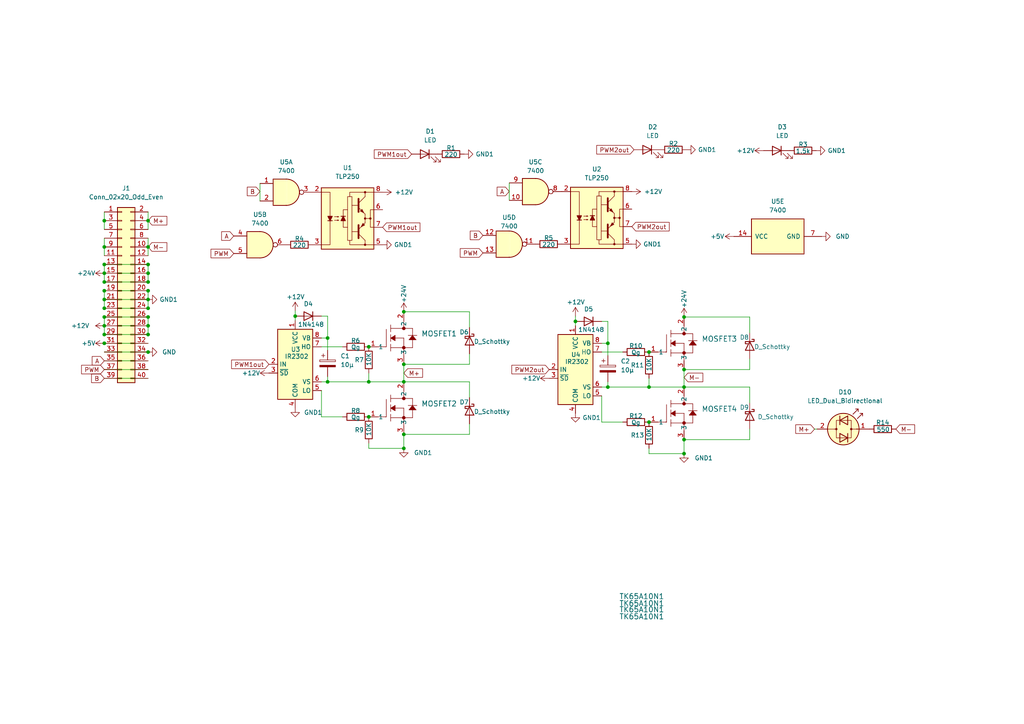
<source format=kicad_sch>
(kicad_sch (version 20211123) (generator eeschema)

  (uuid 731cf160-a74d-4b46-a5a8-97eb5a52723e)

  (paper "A4")

  (lib_symbols
    (symbol "2023-09-03_12-25-00:TK65A10N1" (pin_names (offset 0.254)) (in_bom yes) (on_board yes)
      (property "Reference" "MOSFET" (id 0) (at 0 0 0)
        (effects (font (size 1.524 1.524)))
      )
      (property "Value" "TK65A10N1" (id 1) (at 15.24 1.27 0)
        (effects (font (size 1.524 1.524)))
      )
      (property "Footprint" "TO-220SIS_TOS" (id 2) (at -13.97 -2.54 0)
        (effects (font (size 1.27 1.27) italic) hide)
      )
      (property "Datasheet" "TK65A10N1" (id 3) (at -7.62 2.54 0)
        (effects (font (size 1.27 1.27) italic) hide)
      )
      (property "ki_keywords" "TK65A10N1" (id 4) (at 0 0 0)
        (effects (font (size 1.27 1.27)) hide)
      )
      (property "ki_fp_filters" "TO-220SIS_TOS" (id 5) (at 0 0 0)
        (effects (font (size 1.27 1.27)) hide)
      )
      (symbol "TK65A10N1_0_1"
        (polyline
          (pts
            (xy 2.54 -7.62)
            (xy 0 -7.62)
          )
          (stroke (width 0.1524) (type default) (color 0 0 0 0))
          (fill (type none))
        )
        (polyline
          (pts
            (xy 2.54 -7.62)
            (xy 2.286 -7.62)
          )
          (stroke (width 0.1524) (type default) (color 0 0 0 0))
          (fill (type none))
        )
        (polyline
          (pts
            (xy 2.54 -7.62)
            (xy 2.54 -2.54)
          )
          (stroke (width 0.1524) (type default) (color 0 0 0 0))
          (fill (type none))
        )
        (polyline
          (pts
            (xy 3.81 -8.89)
            (xy 3.81 -6.858)
          )
          (stroke (width 0.1524) (type default) (color 0 0 0 0))
          (fill (type none))
        )
        (polyline
          (pts
            (xy 3.81 -7.874)
            (xy 10.16 -7.874)
          )
          (stroke (width 0.1524) (type default) (color 0 0 0 0))
          (fill (type none))
        )
        (polyline
          (pts
            (xy 3.81 -6.096)
            (xy 3.81 -4.064)
          )
          (stroke (width 0.1524) (type default) (color 0 0 0 0))
          (fill (type none))
        )
        (polyline
          (pts
            (xy 3.81 -5.08)
            (xy 5.08 -5.842)
          )
          (stroke (width 0.127) (type default) (color 0 0 0 0))
          (fill (type none))
        )
        (polyline
          (pts
            (xy 3.81 -3.302)
            (xy 3.81 -1.27)
          )
          (stroke (width 0.1524) (type default) (color 0 0 0 0))
          (fill (type none))
        )
        (polyline
          (pts
            (xy 5.08 -5.842)
            (xy 5.08 -4.318)
          )
          (stroke (width 0.127) (type default) (color 0 0 0 0))
          (fill (type none))
        )
        (polyline
          (pts
            (xy 5.08 -5.08)
            (xy 7.62 -5.08)
          )
          (stroke (width 0.1524) (type default) (color 0 0 0 0))
          (fill (type none))
        )
        (polyline
          (pts
            (xy 5.08 -4.318)
            (xy 3.81 -5.08)
          )
          (stroke (width 0.127) (type default) (color 0 0 0 0))
          (fill (type none))
        )
        (polyline
          (pts
            (xy 7.62 -5.08)
            (xy 7.62 -10.16)
          )
          (stroke (width 0.1524) (type default) (color 0 0 0 0))
          (fill (type none))
        )
        (polyline
          (pts
            (xy 7.62 0)
            (xy 7.62 -2.286)
          )
          (stroke (width 0.1524) (type default) (color 0 0 0 0))
          (fill (type none))
        )
        (polyline
          (pts
            (xy 8.89 -4.318)
            (xy 11.43 -4.318)
          )
          (stroke (width 0.1524) (type default) (color 0 0 0 0))
          (fill (type none))
        )
        (polyline
          (pts
            (xy 9.144 -5.588)
            (xy 11.176 -5.588)
          )
          (stroke (width 0.127) (type default) (color 0 0 0 0))
          (fill (type none))
        )
        (polyline
          (pts
            (xy 10.16 -7.874)
            (xy 10.16 -5.588)
          )
          (stroke (width 0.1524) (type default) (color 0 0 0 0))
          (fill (type none))
        )
        (polyline
          (pts
            (xy 10.16 -4.318)
            (xy 9.144 -5.588)
          )
          (stroke (width 0.127) (type default) (color 0 0 0 0))
          (fill (type none))
        )
        (polyline
          (pts
            (xy 10.16 -4.318)
            (xy 10.16 -2.286)
          )
          (stroke (width 0.1524) (type default) (color 0 0 0 0))
          (fill (type none))
        )
        (polyline
          (pts
            (xy 10.16 -2.286)
            (xy 3.81 -2.286)
          )
          (stroke (width 0.1524) (type default) (color 0 0 0 0))
          (fill (type none))
        )
        (polyline
          (pts
            (xy 11.176 -5.588)
            (xy 10.16 -4.318)
          )
          (stroke (width 0.127) (type default) (color 0 0 0 0))
          (fill (type none))
        )
        (polyline
          (pts
            (xy 3.81 -5.08)
            (xy 5.08 -5.842)
            (xy 5.08 -4.318)
          )
          (stroke (width 0) (type default) (color 0 0 0 0))
          (fill (type outline))
        )
        (polyline
          (pts
            (xy 10.16 -4.318)
            (xy 9.144 -5.588)
            (xy 11.176 -5.588)
          )
          (stroke (width 0) (type default) (color 0 0 0 0))
          (fill (type outline))
        )
        (circle (center 7.62 -7.874) (radius 0.254)
          (stroke (width 0.508) (type default) (color 0 0 0 0))
          (fill (type none))
        )
        (circle (center 7.62 -2.286) (radius 0.254)
          (stroke (width 0.508) (type default) (color 0 0 0 0))
          (fill (type none))
        )
        (pin unspecified line (at -2.54 -7.62 0) (length 2.54)
          (name "1" (effects (font (size 1.27 1.27))))
          (number "1" (effects (font (size 1.27 1.27))))
        )
        (pin unspecified line (at 7.62 2.54 270) (length 2.54)
          (name "2" (effects (font (size 1.27 1.27))))
          (number "2" (effects (font (size 1.27 1.27))))
        )
        (pin unspecified line (at 7.62 -12.7 90) (length 2.54)
          (name "3" (effects (font (size 1.27 1.27))))
          (number "3" (effects (font (size 1.27 1.27))))
        )
      )
    )
    (symbol "74xx:7400" (pin_names (offset 1.016)) (in_bom yes) (on_board yes)
      (property "Reference" "U" (id 0) (at 0 1.27 0)
        (effects (font (size 1.27 1.27)))
      )
      (property "Value" "7400" (id 1) (at 0 -1.27 0)
        (effects (font (size 1.27 1.27)))
      )
      (property "Footprint" "" (id 2) (at 0 0 0)
        (effects (font (size 1.27 1.27)) hide)
      )
      (property "Datasheet" "http://www.ti.com/lit/gpn/sn7400" (id 3) (at 0 0 0)
        (effects (font (size 1.27 1.27)) hide)
      )
      (property "ki_locked" "" (id 4) (at 0 0 0)
        (effects (font (size 1.27 1.27)))
      )
      (property "ki_keywords" "TTL nand 2-input" (id 5) (at 0 0 0)
        (effects (font (size 1.27 1.27)) hide)
      )
      (property "ki_description" "quad 2-input NAND gate" (id 6) (at 0 0 0)
        (effects (font (size 1.27 1.27)) hide)
      )
      (property "ki_fp_filters" "DIP*W7.62mm* SO14*" (id 7) (at 0 0 0)
        (effects (font (size 1.27 1.27)) hide)
      )
      (symbol "7400_1_1"
        (arc (start 0 -3.81) (mid 3.81 0) (end 0 3.81)
          (stroke (width 0.254) (type default) (color 0 0 0 0))
          (fill (type background))
        )
        (polyline
          (pts
            (xy 0 3.81)
            (xy -3.81 3.81)
            (xy -3.81 -3.81)
            (xy 0 -3.81)
          )
          (stroke (width 0.254) (type default) (color 0 0 0 0))
          (fill (type background))
        )
        (pin input line (at -7.62 2.54 0) (length 3.81)
          (name "~" (effects (font (size 1.27 1.27))))
          (number "1" (effects (font (size 1.27 1.27))))
        )
        (pin input line (at -7.62 -2.54 0) (length 3.81)
          (name "~" (effects (font (size 1.27 1.27))))
          (number "2" (effects (font (size 1.27 1.27))))
        )
        (pin output inverted (at 7.62 0 180) (length 3.81)
          (name "~" (effects (font (size 1.27 1.27))))
          (number "3" (effects (font (size 1.27 1.27))))
        )
      )
      (symbol "7400_1_2"
        (arc (start -3.81 -3.81) (mid -2.589 0) (end -3.81 3.81)
          (stroke (width 0.254) (type default) (color 0 0 0 0))
          (fill (type none))
        )
        (arc (start -0.6096 -3.81) (mid 2.1842 -2.5851) (end 3.81 0)
          (stroke (width 0.254) (type default) (color 0 0 0 0))
          (fill (type background))
        )
        (polyline
          (pts
            (xy -3.81 -3.81)
            (xy -0.635 -3.81)
          )
          (stroke (width 0.254) (type default) (color 0 0 0 0))
          (fill (type background))
        )
        (polyline
          (pts
            (xy -3.81 3.81)
            (xy -0.635 3.81)
          )
          (stroke (width 0.254) (type default) (color 0 0 0 0))
          (fill (type background))
        )
        (polyline
          (pts
            (xy -0.635 3.81)
            (xy -3.81 3.81)
            (xy -3.81 3.81)
            (xy -3.556 3.4036)
            (xy -3.0226 2.2606)
            (xy -2.6924 1.0414)
            (xy -2.6162 -0.254)
            (xy -2.7686 -1.4986)
            (xy -3.175 -2.7178)
            (xy -3.81 -3.81)
            (xy -3.81 -3.81)
            (xy -0.635 -3.81)
          )
          (stroke (width -25.4) (type default) (color 0 0 0 0))
          (fill (type background))
        )
        (arc (start 3.81 0) (mid 2.1915 2.5936) (end -0.6096 3.81)
          (stroke (width 0.254) (type default) (color 0 0 0 0))
          (fill (type background))
        )
        (pin input inverted (at -7.62 2.54 0) (length 4.318)
          (name "~" (effects (font (size 1.27 1.27))))
          (number "1" (effects (font (size 1.27 1.27))))
        )
        (pin input inverted (at -7.62 -2.54 0) (length 4.318)
          (name "~" (effects (font (size 1.27 1.27))))
          (number "2" (effects (font (size 1.27 1.27))))
        )
        (pin output line (at 7.62 0 180) (length 3.81)
          (name "~" (effects (font (size 1.27 1.27))))
          (number "3" (effects (font (size 1.27 1.27))))
        )
      )
      (symbol "7400_2_1"
        (arc (start 0 -3.81) (mid 3.81 0) (end 0 3.81)
          (stroke (width 0.254) (type default) (color 0 0 0 0))
          (fill (type background))
        )
        (polyline
          (pts
            (xy 0 3.81)
            (xy -3.81 3.81)
            (xy -3.81 -3.81)
            (xy 0 -3.81)
          )
          (stroke (width 0.254) (type default) (color 0 0 0 0))
          (fill (type background))
        )
        (pin input line (at -7.62 2.54 0) (length 3.81)
          (name "~" (effects (font (size 1.27 1.27))))
          (number "4" (effects (font (size 1.27 1.27))))
        )
        (pin input line (at -7.62 -2.54 0) (length 3.81)
          (name "~" (effects (font (size 1.27 1.27))))
          (number "5" (effects (font (size 1.27 1.27))))
        )
        (pin output inverted (at 7.62 0 180) (length 3.81)
          (name "~" (effects (font (size 1.27 1.27))))
          (number "6" (effects (font (size 1.27 1.27))))
        )
      )
      (symbol "7400_2_2"
        (arc (start -3.81 -3.81) (mid -2.589 0) (end -3.81 3.81)
          (stroke (width 0.254) (type default) (color 0 0 0 0))
          (fill (type none))
        )
        (arc (start -0.6096 -3.81) (mid 2.1842 -2.5851) (end 3.81 0)
          (stroke (width 0.254) (type default) (color 0 0 0 0))
          (fill (type background))
        )
        (polyline
          (pts
            (xy -3.81 -3.81)
            (xy -0.635 -3.81)
          )
          (stroke (width 0.254) (type default) (color 0 0 0 0))
          (fill (type background))
        )
        (polyline
          (pts
            (xy -3.81 3.81)
            (xy -0.635 3.81)
          )
          (stroke (width 0.254) (type default) (color 0 0 0 0))
          (fill (type background))
        )
        (polyline
          (pts
            (xy -0.635 3.81)
            (xy -3.81 3.81)
            (xy -3.81 3.81)
            (xy -3.556 3.4036)
            (xy -3.0226 2.2606)
            (xy -2.6924 1.0414)
            (xy -2.6162 -0.254)
            (xy -2.7686 -1.4986)
            (xy -3.175 -2.7178)
            (xy -3.81 -3.81)
            (xy -3.81 -3.81)
            (xy -0.635 -3.81)
          )
          (stroke (width -25.4) (type default) (color 0 0 0 0))
          (fill (type background))
        )
        (arc (start 3.81 0) (mid 2.1915 2.5936) (end -0.6096 3.81)
          (stroke (width 0.254) (type default) (color 0 0 0 0))
          (fill (type background))
        )
        (pin input inverted (at -7.62 2.54 0) (length 4.318)
          (name "~" (effects (font (size 1.27 1.27))))
          (number "4" (effects (font (size 1.27 1.27))))
        )
        (pin input inverted (at -7.62 -2.54 0) (length 4.318)
          (name "~" (effects (font (size 1.27 1.27))))
          (number "5" (effects (font (size 1.27 1.27))))
        )
        (pin output line (at 7.62 0 180) (length 3.81)
          (name "~" (effects (font (size 1.27 1.27))))
          (number "6" (effects (font (size 1.27 1.27))))
        )
      )
      (symbol "7400_3_1"
        (arc (start 0 -3.81) (mid 3.81 0) (end 0 3.81)
          (stroke (width 0.254) (type default) (color 0 0 0 0))
          (fill (type background))
        )
        (polyline
          (pts
            (xy 0 3.81)
            (xy -3.81 3.81)
            (xy -3.81 -3.81)
            (xy 0 -3.81)
          )
          (stroke (width 0.254) (type default) (color 0 0 0 0))
          (fill (type background))
        )
        (pin input line (at -7.62 -2.54 0) (length 3.81)
          (name "~" (effects (font (size 1.27 1.27))))
          (number "10" (effects (font (size 1.27 1.27))))
        )
        (pin output inverted (at 7.62 0 180) (length 3.81)
          (name "~" (effects (font (size 1.27 1.27))))
          (number "8" (effects (font (size 1.27 1.27))))
        )
        (pin input line (at -7.62 2.54 0) (length 3.81)
          (name "~" (effects (font (size 1.27 1.27))))
          (number "9" (effects (font (size 1.27 1.27))))
        )
      )
      (symbol "7400_3_2"
        (arc (start -3.81 -3.81) (mid -2.589 0) (end -3.81 3.81)
          (stroke (width 0.254) (type default) (color 0 0 0 0))
          (fill (type none))
        )
        (arc (start -0.6096 -3.81) (mid 2.1842 -2.5851) (end 3.81 0)
          (stroke (width 0.254) (type default) (color 0 0 0 0))
          (fill (type background))
        )
        (polyline
          (pts
            (xy -3.81 -3.81)
            (xy -0.635 -3.81)
          )
          (stroke (width 0.254) (type default) (color 0 0 0 0))
          (fill (type background))
        )
        (polyline
          (pts
            (xy -3.81 3.81)
            (xy -0.635 3.81)
          )
          (stroke (width 0.254) (type default) (color 0 0 0 0))
          (fill (type background))
        )
        (polyline
          (pts
            (xy -0.635 3.81)
            (xy -3.81 3.81)
            (xy -3.81 3.81)
            (xy -3.556 3.4036)
            (xy -3.0226 2.2606)
            (xy -2.6924 1.0414)
            (xy -2.6162 -0.254)
            (xy -2.7686 -1.4986)
            (xy -3.175 -2.7178)
            (xy -3.81 -3.81)
            (xy -3.81 -3.81)
            (xy -0.635 -3.81)
          )
          (stroke (width -25.4) (type default) (color 0 0 0 0))
          (fill (type background))
        )
        (arc (start 3.81 0) (mid 2.1915 2.5936) (end -0.6096 3.81)
          (stroke (width 0.254) (type default) (color 0 0 0 0))
          (fill (type background))
        )
        (pin input inverted (at -7.62 -2.54 0) (length 4.318)
          (name "~" (effects (font (size 1.27 1.27))))
          (number "10" (effects (font (size 1.27 1.27))))
        )
        (pin output line (at 7.62 0 180) (length 3.81)
          (name "~" (effects (font (size 1.27 1.27))))
          (number "8" (effects (font (size 1.27 1.27))))
        )
        (pin input inverted (at -7.62 2.54 0) (length 4.318)
          (name "~" (effects (font (size 1.27 1.27))))
          (number "9" (effects (font (size 1.27 1.27))))
        )
      )
      (symbol "7400_4_1"
        (arc (start 0 -3.81) (mid 3.81 0) (end 0 3.81)
          (stroke (width 0.254) (type default) (color 0 0 0 0))
          (fill (type background))
        )
        (polyline
          (pts
            (xy 0 3.81)
            (xy -3.81 3.81)
            (xy -3.81 -3.81)
            (xy 0 -3.81)
          )
          (stroke (width 0.254) (type default) (color 0 0 0 0))
          (fill (type background))
        )
        (pin output inverted (at 7.62 0 180) (length 3.81)
          (name "~" (effects (font (size 1.27 1.27))))
          (number "11" (effects (font (size 1.27 1.27))))
        )
        (pin input line (at -7.62 2.54 0) (length 3.81)
          (name "~" (effects (font (size 1.27 1.27))))
          (number "12" (effects (font (size 1.27 1.27))))
        )
        (pin input line (at -7.62 -2.54 0) (length 3.81)
          (name "~" (effects (font (size 1.27 1.27))))
          (number "13" (effects (font (size 1.27 1.27))))
        )
      )
      (symbol "7400_4_2"
        (arc (start -3.81 -3.81) (mid -2.589 0) (end -3.81 3.81)
          (stroke (width 0.254) (type default) (color 0 0 0 0))
          (fill (type none))
        )
        (arc (start -0.6096 -3.81) (mid 2.1842 -2.5851) (end 3.81 0)
          (stroke (width 0.254) (type default) (color 0 0 0 0))
          (fill (type background))
        )
        (polyline
          (pts
            (xy -3.81 -3.81)
            (xy -0.635 -3.81)
          )
          (stroke (width 0.254) (type default) (color 0 0 0 0))
          (fill (type background))
        )
        (polyline
          (pts
            (xy -3.81 3.81)
            (xy -0.635 3.81)
          )
          (stroke (width 0.254) (type default) (color 0 0 0 0))
          (fill (type background))
        )
        (polyline
          (pts
            (xy -0.635 3.81)
            (xy -3.81 3.81)
            (xy -3.81 3.81)
            (xy -3.556 3.4036)
            (xy -3.0226 2.2606)
            (xy -2.6924 1.0414)
            (xy -2.6162 -0.254)
            (xy -2.7686 -1.4986)
            (xy -3.175 -2.7178)
            (xy -3.81 -3.81)
            (xy -3.81 -3.81)
            (xy -0.635 -3.81)
          )
          (stroke (width -25.4) (type default) (color 0 0 0 0))
          (fill (type background))
        )
        (arc (start 3.81 0) (mid 2.1915 2.5936) (end -0.6096 3.81)
          (stroke (width 0.254) (type default) (color 0 0 0 0))
          (fill (type background))
        )
        (pin output line (at 7.62 0 180) (length 3.81)
          (name "~" (effects (font (size 1.27 1.27))))
          (number "11" (effects (font (size 1.27 1.27))))
        )
        (pin input inverted (at -7.62 2.54 0) (length 4.318)
          (name "~" (effects (font (size 1.27 1.27))))
          (number "12" (effects (font (size 1.27 1.27))))
        )
        (pin input inverted (at -7.62 -2.54 0) (length 4.318)
          (name "~" (effects (font (size 1.27 1.27))))
          (number "13" (effects (font (size 1.27 1.27))))
        )
      )
      (symbol "7400_5_0"
        (pin power_in line (at 0 12.7 270) (length 5.08)
          (name "VCC" (effects (font (size 1.27 1.27))))
          (number "14" (effects (font (size 1.27 1.27))))
        )
        (pin power_in line (at 0 -12.7 90) (length 5.08)
          (name "GND" (effects (font (size 1.27 1.27))))
          (number "7" (effects (font (size 1.27 1.27))))
        )
      )
      (symbol "7400_5_1"
        (rectangle (start -5.08 7.62) (end 5.08 -7.62)
          (stroke (width 0.254) (type default) (color 0 0 0 0))
          (fill (type background))
        )
      )
    )
    (symbol "Connector_Generic:Conn_02x20_Odd_Even" (pin_names (offset 1.016) hide) (in_bom yes) (on_board yes)
      (property "Reference" "J" (id 0) (at 1.27 25.4 0)
        (effects (font (size 1.27 1.27)))
      )
      (property "Value" "Conn_02x20_Odd_Even" (id 1) (at 1.27 -27.94 0)
        (effects (font (size 1.27 1.27)))
      )
      (property "Footprint" "" (id 2) (at 0 0 0)
        (effects (font (size 1.27 1.27)) hide)
      )
      (property "Datasheet" "~" (id 3) (at 0 0 0)
        (effects (font (size 1.27 1.27)) hide)
      )
      (property "ki_keywords" "connector" (id 4) (at 0 0 0)
        (effects (font (size 1.27 1.27)) hide)
      )
      (property "ki_description" "Generic connector, double row, 02x20, odd/even pin numbering scheme (row 1 odd numbers, row 2 even numbers), script generated (kicad-library-utils/schlib/autogen/connector/)" (id 5) (at 0 0 0)
        (effects (font (size 1.27 1.27)) hide)
      )
      (property "ki_fp_filters" "Connector*:*_2x??_*" (id 6) (at 0 0 0)
        (effects (font (size 1.27 1.27)) hide)
      )
      (symbol "Conn_02x20_Odd_Even_1_1"
        (rectangle (start -1.27 -25.273) (end 0 -25.527)
          (stroke (width 0.1524) (type default) (color 0 0 0 0))
          (fill (type none))
        )
        (rectangle (start -1.27 -22.733) (end 0 -22.987)
          (stroke (width 0.1524) (type default) (color 0 0 0 0))
          (fill (type none))
        )
        (rectangle (start -1.27 -20.193) (end 0 -20.447)
          (stroke (width 0.1524) (type default) (color 0 0 0 0))
          (fill (type none))
        )
        (rectangle (start -1.27 -17.653) (end 0 -17.907)
          (stroke (width 0.1524) (type default) (color 0 0 0 0))
          (fill (type none))
        )
        (rectangle (start -1.27 -15.113) (end 0 -15.367)
          (stroke (width 0.1524) (type default) (color 0 0 0 0))
          (fill (type none))
        )
        (rectangle (start -1.27 -12.573) (end 0 -12.827)
          (stroke (width 0.1524) (type default) (color 0 0 0 0))
          (fill (type none))
        )
        (rectangle (start -1.27 -10.033) (end 0 -10.287)
          (stroke (width 0.1524) (type default) (color 0 0 0 0))
          (fill (type none))
        )
        (rectangle (start -1.27 -7.493) (end 0 -7.747)
          (stroke (width 0.1524) (type default) (color 0 0 0 0))
          (fill (type none))
        )
        (rectangle (start -1.27 -4.953) (end 0 -5.207)
          (stroke (width 0.1524) (type default) (color 0 0 0 0))
          (fill (type none))
        )
        (rectangle (start -1.27 -2.413) (end 0 -2.667)
          (stroke (width 0.1524) (type default) (color 0 0 0 0))
          (fill (type none))
        )
        (rectangle (start -1.27 0.127) (end 0 -0.127)
          (stroke (width 0.1524) (type default) (color 0 0 0 0))
          (fill (type none))
        )
        (rectangle (start -1.27 2.667) (end 0 2.413)
          (stroke (width 0.1524) (type default) (color 0 0 0 0))
          (fill (type none))
        )
        (rectangle (start -1.27 5.207) (end 0 4.953)
          (stroke (width 0.1524) (type default) (color 0 0 0 0))
          (fill (type none))
        )
        (rectangle (start -1.27 7.747) (end 0 7.493)
          (stroke (width 0.1524) (type default) (color 0 0 0 0))
          (fill (type none))
        )
        (rectangle (start -1.27 10.287) (end 0 10.033)
          (stroke (width 0.1524) (type default) (color 0 0 0 0))
          (fill (type none))
        )
        (rectangle (start -1.27 12.827) (end 0 12.573)
          (stroke (width 0.1524) (type default) (color 0 0 0 0))
          (fill (type none))
        )
        (rectangle (start -1.27 15.367) (end 0 15.113)
          (stroke (width 0.1524) (type default) (color 0 0 0 0))
          (fill (type none))
        )
        (rectangle (start -1.27 17.907) (end 0 17.653)
          (stroke (width 0.1524) (type default) (color 0 0 0 0))
          (fill (type none))
        )
        (rectangle (start -1.27 20.447) (end 0 20.193)
          (stroke (width 0.1524) (type default) (color 0 0 0 0))
          (fill (type none))
        )
        (rectangle (start -1.27 22.987) (end 0 22.733)
          (stroke (width 0.1524) (type default) (color 0 0 0 0))
          (fill (type none))
        )
        (rectangle (start -1.27 24.13) (end 3.81 -26.67)
          (stroke (width 0.254) (type default) (color 0 0 0 0))
          (fill (type background))
        )
        (rectangle (start 3.81 -25.273) (end 2.54 -25.527)
          (stroke (width 0.1524) (type default) (color 0 0 0 0))
          (fill (type none))
        )
        (rectangle (start 3.81 -22.733) (end 2.54 -22.987)
          (stroke (width 0.1524) (type default) (color 0 0 0 0))
          (fill (type none))
        )
        (rectangle (start 3.81 -20.193) (end 2.54 -20.447)
          (stroke (width 0.1524) (type default) (color 0 0 0 0))
          (fill (type none))
        )
        (rectangle (start 3.81 -17.653) (end 2.54 -17.907)
          (stroke (width 0.1524) (type default) (color 0 0 0 0))
          (fill (type none))
        )
        (rectangle (start 3.81 -15.113) (end 2.54 -15.367)
          (stroke (width 0.1524) (type default) (color 0 0 0 0))
          (fill (type none))
        )
        (rectangle (start 3.81 -12.573) (end 2.54 -12.827)
          (stroke (width 0.1524) (type default) (color 0 0 0 0))
          (fill (type none))
        )
        (rectangle (start 3.81 -10.033) (end 2.54 -10.287)
          (stroke (width 0.1524) (type default) (color 0 0 0 0))
          (fill (type none))
        )
        (rectangle (start 3.81 -7.493) (end 2.54 -7.747)
          (stroke (width 0.1524) (type default) (color 0 0 0 0))
          (fill (type none))
        )
        (rectangle (start 3.81 -4.953) (end 2.54 -5.207)
          (stroke (width 0.1524) (type default) (color 0 0 0 0))
          (fill (type none))
        )
        (rectangle (start 3.81 -2.413) (end 2.54 -2.667)
          (stroke (width 0.1524) (type default) (color 0 0 0 0))
          (fill (type none))
        )
        (rectangle (start 3.81 0.127) (end 2.54 -0.127)
          (stroke (width 0.1524) (type default) (color 0 0 0 0))
          (fill (type none))
        )
        (rectangle (start 3.81 2.667) (end 2.54 2.413)
          (stroke (width 0.1524) (type default) (color 0 0 0 0))
          (fill (type none))
        )
        (rectangle (start 3.81 5.207) (end 2.54 4.953)
          (stroke (width 0.1524) (type default) (color 0 0 0 0))
          (fill (type none))
        )
        (rectangle (start 3.81 7.747) (end 2.54 7.493)
          (stroke (width 0.1524) (type default) (color 0 0 0 0))
          (fill (type none))
        )
        (rectangle (start 3.81 10.287) (end 2.54 10.033)
          (stroke (width 0.1524) (type default) (color 0 0 0 0))
          (fill (type none))
        )
        (rectangle (start 3.81 12.827) (end 2.54 12.573)
          (stroke (width 0.1524) (type default) (color 0 0 0 0))
          (fill (type none))
        )
        (rectangle (start 3.81 15.367) (end 2.54 15.113)
          (stroke (width 0.1524) (type default) (color 0 0 0 0))
          (fill (type none))
        )
        (rectangle (start 3.81 17.907) (end 2.54 17.653)
          (stroke (width 0.1524) (type default) (color 0 0 0 0))
          (fill (type none))
        )
        (rectangle (start 3.81 20.447) (end 2.54 20.193)
          (stroke (width 0.1524) (type default) (color 0 0 0 0))
          (fill (type none))
        )
        (rectangle (start 3.81 22.987) (end 2.54 22.733)
          (stroke (width 0.1524) (type default) (color 0 0 0 0))
          (fill (type none))
        )
        (pin passive line (at -5.08 22.86 0) (length 3.81)
          (name "Pin_1" (effects (font (size 1.27 1.27))))
          (number "1" (effects (font (size 1.27 1.27))))
        )
        (pin passive line (at 7.62 12.7 180) (length 3.81)
          (name "Pin_10" (effects (font (size 1.27 1.27))))
          (number "10" (effects (font (size 1.27 1.27))))
        )
        (pin passive line (at -5.08 10.16 0) (length 3.81)
          (name "Pin_11" (effects (font (size 1.27 1.27))))
          (number "11" (effects (font (size 1.27 1.27))))
        )
        (pin passive line (at 7.62 10.16 180) (length 3.81)
          (name "Pin_12" (effects (font (size 1.27 1.27))))
          (number "12" (effects (font (size 1.27 1.27))))
        )
        (pin passive line (at -5.08 7.62 0) (length 3.81)
          (name "Pin_13" (effects (font (size 1.27 1.27))))
          (number "13" (effects (font (size 1.27 1.27))))
        )
        (pin passive line (at 7.62 7.62 180) (length 3.81)
          (name "Pin_14" (effects (font (size 1.27 1.27))))
          (number "14" (effects (font (size 1.27 1.27))))
        )
        (pin passive line (at -5.08 5.08 0) (length 3.81)
          (name "Pin_15" (effects (font (size 1.27 1.27))))
          (number "15" (effects (font (size 1.27 1.27))))
        )
        (pin passive line (at 7.62 5.08 180) (length 3.81)
          (name "Pin_16" (effects (font (size 1.27 1.27))))
          (number "16" (effects (font (size 1.27 1.27))))
        )
        (pin passive line (at -5.08 2.54 0) (length 3.81)
          (name "Pin_17" (effects (font (size 1.27 1.27))))
          (number "17" (effects (font (size 1.27 1.27))))
        )
        (pin passive line (at 7.62 2.54 180) (length 3.81)
          (name "Pin_18" (effects (font (size 1.27 1.27))))
          (number "18" (effects (font (size 1.27 1.27))))
        )
        (pin passive line (at -5.08 0 0) (length 3.81)
          (name "Pin_19" (effects (font (size 1.27 1.27))))
          (number "19" (effects (font (size 1.27 1.27))))
        )
        (pin passive line (at 7.62 22.86 180) (length 3.81)
          (name "Pin_2" (effects (font (size 1.27 1.27))))
          (number "2" (effects (font (size 1.27 1.27))))
        )
        (pin passive line (at 7.62 0 180) (length 3.81)
          (name "Pin_20" (effects (font (size 1.27 1.27))))
          (number "20" (effects (font (size 1.27 1.27))))
        )
        (pin passive line (at -5.08 -2.54 0) (length 3.81)
          (name "Pin_21" (effects (font (size 1.27 1.27))))
          (number "21" (effects (font (size 1.27 1.27))))
        )
        (pin passive line (at 7.62 -2.54 180) (length 3.81)
          (name "Pin_22" (effects (font (size 1.27 1.27))))
          (number "22" (effects (font (size 1.27 1.27))))
        )
        (pin passive line (at -5.08 -5.08 0) (length 3.81)
          (name "Pin_23" (effects (font (size 1.27 1.27))))
          (number "23" (effects (font (size 1.27 1.27))))
        )
        (pin passive line (at 7.62 -5.08 180) (length 3.81)
          (name "Pin_24" (effects (font (size 1.27 1.27))))
          (number "24" (effects (font (size 1.27 1.27))))
        )
        (pin passive line (at -5.08 -7.62 0) (length 3.81)
          (name "Pin_25" (effects (font (size 1.27 1.27))))
          (number "25" (effects (font (size 1.27 1.27))))
        )
        (pin passive line (at 7.62 -7.62 180) (length 3.81)
          (name "Pin_26" (effects (font (size 1.27 1.27))))
          (number "26" (effects (font (size 1.27 1.27))))
        )
        (pin passive line (at -5.08 -10.16 0) (length 3.81)
          (name "Pin_27" (effects (font (size 1.27 1.27))))
          (number "27" (effects (font (size 1.27 1.27))))
        )
        (pin passive line (at 7.62 -10.16 180) (length 3.81)
          (name "Pin_28" (effects (font (size 1.27 1.27))))
          (number "28" (effects (font (size 1.27 1.27))))
        )
        (pin passive line (at -5.08 -12.7 0) (length 3.81)
          (name "Pin_29" (effects (font (size 1.27 1.27))))
          (number "29" (effects (font (size 1.27 1.27))))
        )
        (pin passive line (at -5.08 20.32 0) (length 3.81)
          (name "Pin_3" (effects (font (size 1.27 1.27))))
          (number "3" (effects (font (size 1.27 1.27))))
        )
        (pin passive line (at 7.62 -12.7 180) (length 3.81)
          (name "Pin_30" (effects (font (size 1.27 1.27))))
          (number "30" (effects (font (size 1.27 1.27))))
        )
        (pin passive line (at -5.08 -15.24 0) (length 3.81)
          (name "Pin_31" (effects (font (size 1.27 1.27))))
          (number "31" (effects (font (size 1.27 1.27))))
        )
        (pin passive line (at 7.62 -15.24 180) (length 3.81)
          (name "Pin_32" (effects (font (size 1.27 1.27))))
          (number "32" (effects (font (size 1.27 1.27))))
        )
        (pin passive line (at -5.08 -17.78 0) (length 3.81)
          (name "Pin_33" (effects (font (size 1.27 1.27))))
          (number "33" (effects (font (size 1.27 1.27))))
        )
        (pin passive line (at 7.62 -17.78 180) (length 3.81)
          (name "Pin_34" (effects (font (size 1.27 1.27))))
          (number "34" (effects (font (size 1.27 1.27))))
        )
        (pin passive line (at -5.08 -20.32 0) (length 3.81)
          (name "Pin_35" (effects (font (size 1.27 1.27))))
          (number "35" (effects (font (size 1.27 1.27))))
        )
        (pin passive line (at 7.62 -20.32 180) (length 3.81)
          (name "Pin_36" (effects (font (size 1.27 1.27))))
          (number "36" (effects (font (size 1.27 1.27))))
        )
        (pin passive line (at -5.08 -22.86 0) (length 3.81)
          (name "Pin_37" (effects (font (size 1.27 1.27))))
          (number "37" (effects (font (size 1.27 1.27))))
        )
        (pin passive line (at 7.62 -22.86 180) (length 3.81)
          (name "Pin_38" (effects (font (size 1.27 1.27))))
          (number "38" (effects (font (size 1.27 1.27))))
        )
        (pin passive line (at -5.08 -25.4 0) (length 3.81)
          (name "Pin_39" (effects (font (size 1.27 1.27))))
          (number "39" (effects (font (size 1.27 1.27))))
        )
        (pin passive line (at 7.62 20.32 180) (length 3.81)
          (name "Pin_4" (effects (font (size 1.27 1.27))))
          (number "4" (effects (font (size 1.27 1.27))))
        )
        (pin passive line (at 7.62 -25.4 180) (length 3.81)
          (name "Pin_40" (effects (font (size 1.27 1.27))))
          (number "40" (effects (font (size 1.27 1.27))))
        )
        (pin passive line (at -5.08 17.78 0) (length 3.81)
          (name "Pin_5" (effects (font (size 1.27 1.27))))
          (number "5" (effects (font (size 1.27 1.27))))
        )
        (pin passive line (at 7.62 17.78 180) (length 3.81)
          (name "Pin_6" (effects (font (size 1.27 1.27))))
          (number "6" (effects (font (size 1.27 1.27))))
        )
        (pin passive line (at -5.08 15.24 0) (length 3.81)
          (name "Pin_7" (effects (font (size 1.27 1.27))))
          (number "7" (effects (font (size 1.27 1.27))))
        )
        (pin passive line (at 7.62 15.24 180) (length 3.81)
          (name "Pin_8" (effects (font (size 1.27 1.27))))
          (number "8" (effects (font (size 1.27 1.27))))
        )
        (pin passive line (at -5.08 12.7 0) (length 3.81)
          (name "Pin_9" (effects (font (size 1.27 1.27))))
          (number "9" (effects (font (size 1.27 1.27))))
        )
      )
    )
    (symbol "Device:C_Polarized" (pin_numbers hide) (pin_names (offset 0.254)) (in_bom yes) (on_board yes)
      (property "Reference" "C" (id 0) (at 0.635 2.54 0)
        (effects (font (size 1.27 1.27)) (justify left))
      )
      (property "Value" "C_Polarized" (id 1) (at 0.635 -2.54 0)
        (effects (font (size 1.27 1.27)) (justify left))
      )
      (property "Footprint" "" (id 2) (at 0.9652 -3.81 0)
        (effects (font (size 1.27 1.27)) hide)
      )
      (property "Datasheet" "~" (id 3) (at 0 0 0)
        (effects (font (size 1.27 1.27)) hide)
      )
      (property "ki_keywords" "cap capacitor" (id 4) (at 0 0 0)
        (effects (font (size 1.27 1.27)) hide)
      )
      (property "ki_description" "Polarized capacitor" (id 5) (at 0 0 0)
        (effects (font (size 1.27 1.27)) hide)
      )
      (property "ki_fp_filters" "CP_*" (id 6) (at 0 0 0)
        (effects (font (size 1.27 1.27)) hide)
      )
      (symbol "C_Polarized_0_1"
        (rectangle (start -2.286 0.508) (end 2.286 1.016)
          (stroke (width 0) (type default) (color 0 0 0 0))
          (fill (type none))
        )
        (polyline
          (pts
            (xy -1.778 2.286)
            (xy -0.762 2.286)
          )
          (stroke (width 0) (type default) (color 0 0 0 0))
          (fill (type none))
        )
        (polyline
          (pts
            (xy -1.27 2.794)
            (xy -1.27 1.778)
          )
          (stroke (width 0) (type default) (color 0 0 0 0))
          (fill (type none))
        )
        (rectangle (start 2.286 -0.508) (end -2.286 -1.016)
          (stroke (width 0) (type default) (color 0 0 0 0))
          (fill (type outline))
        )
      )
      (symbol "C_Polarized_1_1"
        (pin passive line (at 0 3.81 270) (length 2.794)
          (name "~" (effects (font (size 1.27 1.27))))
          (number "1" (effects (font (size 1.27 1.27))))
        )
        (pin passive line (at 0 -3.81 90) (length 2.794)
          (name "~" (effects (font (size 1.27 1.27))))
          (number "2" (effects (font (size 1.27 1.27))))
        )
      )
    )
    (symbol "Device:D" (pin_numbers hide) (pin_names (offset 1.016) hide) (in_bom yes) (on_board yes)
      (property "Reference" "D" (id 0) (at 0 2.54 0)
        (effects (font (size 1.27 1.27)))
      )
      (property "Value" "D" (id 1) (at 0 -2.54 0)
        (effects (font (size 1.27 1.27)))
      )
      (property "Footprint" "" (id 2) (at 0 0 0)
        (effects (font (size 1.27 1.27)) hide)
      )
      (property "Datasheet" "~" (id 3) (at 0 0 0)
        (effects (font (size 1.27 1.27)) hide)
      )
      (property "ki_keywords" "diode" (id 4) (at 0 0 0)
        (effects (font (size 1.27 1.27)) hide)
      )
      (property "ki_description" "Diode" (id 5) (at 0 0 0)
        (effects (font (size 1.27 1.27)) hide)
      )
      (property "ki_fp_filters" "TO-???* *_Diode_* *SingleDiode* D_*" (id 6) (at 0 0 0)
        (effects (font (size 1.27 1.27)) hide)
      )
      (symbol "D_0_1"
        (polyline
          (pts
            (xy -1.27 1.27)
            (xy -1.27 -1.27)
          )
          (stroke (width 0.254) (type default) (color 0 0 0 0))
          (fill (type none))
        )
        (polyline
          (pts
            (xy 1.27 0)
            (xy -1.27 0)
          )
          (stroke (width 0) (type default) (color 0 0 0 0))
          (fill (type none))
        )
        (polyline
          (pts
            (xy 1.27 1.27)
            (xy 1.27 -1.27)
            (xy -1.27 0)
            (xy 1.27 1.27)
          )
          (stroke (width 0.254) (type default) (color 0 0 0 0))
          (fill (type none))
        )
      )
      (symbol "D_1_1"
        (pin passive line (at -3.81 0 0) (length 2.54)
          (name "K" (effects (font (size 1.27 1.27))))
          (number "1" (effects (font (size 1.27 1.27))))
        )
        (pin passive line (at 3.81 0 180) (length 2.54)
          (name "A" (effects (font (size 1.27 1.27))))
          (number "2" (effects (font (size 1.27 1.27))))
        )
      )
    )
    (symbol "Device:D_Schottky" (pin_numbers hide) (pin_names (offset 1.016) hide) (in_bom yes) (on_board yes)
      (property "Reference" "D" (id 0) (at 0 2.54 0)
        (effects (font (size 1.27 1.27)))
      )
      (property "Value" "D_Schottky" (id 1) (at 0 -2.54 0)
        (effects (font (size 1.27 1.27)))
      )
      (property "Footprint" "" (id 2) (at 0 0 0)
        (effects (font (size 1.27 1.27)) hide)
      )
      (property "Datasheet" "~" (id 3) (at 0 0 0)
        (effects (font (size 1.27 1.27)) hide)
      )
      (property "ki_keywords" "diode Schottky" (id 4) (at 0 0 0)
        (effects (font (size 1.27 1.27)) hide)
      )
      (property "ki_description" "Schottky diode" (id 5) (at 0 0 0)
        (effects (font (size 1.27 1.27)) hide)
      )
      (property "ki_fp_filters" "TO-???* *_Diode_* *SingleDiode* D_*" (id 6) (at 0 0 0)
        (effects (font (size 1.27 1.27)) hide)
      )
      (symbol "D_Schottky_0_1"
        (polyline
          (pts
            (xy 1.27 0)
            (xy -1.27 0)
          )
          (stroke (width 0) (type default) (color 0 0 0 0))
          (fill (type none))
        )
        (polyline
          (pts
            (xy 1.27 1.27)
            (xy 1.27 -1.27)
            (xy -1.27 0)
            (xy 1.27 1.27)
          )
          (stroke (width 0.254) (type default) (color 0 0 0 0))
          (fill (type none))
        )
        (polyline
          (pts
            (xy -1.905 0.635)
            (xy -1.905 1.27)
            (xy -1.27 1.27)
            (xy -1.27 -1.27)
            (xy -0.635 -1.27)
            (xy -0.635 -0.635)
          )
          (stroke (width 0.254) (type default) (color 0 0 0 0))
          (fill (type none))
        )
      )
      (symbol "D_Schottky_1_1"
        (pin passive line (at -3.81 0 0) (length 2.54)
          (name "K" (effects (font (size 1.27 1.27))))
          (number "1" (effects (font (size 1.27 1.27))))
        )
        (pin passive line (at 3.81 0 180) (length 2.54)
          (name "A" (effects (font (size 1.27 1.27))))
          (number "2" (effects (font (size 1.27 1.27))))
        )
      )
    )
    (symbol "Device:LED" (pin_numbers hide) (pin_names (offset 1.016) hide) (in_bom yes) (on_board yes)
      (property "Reference" "D" (id 0) (at 0 2.54 0)
        (effects (font (size 1.27 1.27)))
      )
      (property "Value" "LED" (id 1) (at 0 -2.54 0)
        (effects (font (size 1.27 1.27)))
      )
      (property "Footprint" "" (id 2) (at 0 0 0)
        (effects (font (size 1.27 1.27)) hide)
      )
      (property "Datasheet" "~" (id 3) (at 0 0 0)
        (effects (font (size 1.27 1.27)) hide)
      )
      (property "ki_keywords" "LED diode" (id 4) (at 0 0 0)
        (effects (font (size 1.27 1.27)) hide)
      )
      (property "ki_description" "Light emitting diode" (id 5) (at 0 0 0)
        (effects (font (size 1.27 1.27)) hide)
      )
      (property "ki_fp_filters" "LED* LED_SMD:* LED_THT:*" (id 6) (at 0 0 0)
        (effects (font (size 1.27 1.27)) hide)
      )
      (symbol "LED_0_1"
        (polyline
          (pts
            (xy -1.27 -1.27)
            (xy -1.27 1.27)
          )
          (stroke (width 0.254) (type default) (color 0 0 0 0))
          (fill (type none))
        )
        (polyline
          (pts
            (xy -1.27 0)
            (xy 1.27 0)
          )
          (stroke (width 0) (type default) (color 0 0 0 0))
          (fill (type none))
        )
        (polyline
          (pts
            (xy 1.27 -1.27)
            (xy 1.27 1.27)
            (xy -1.27 0)
            (xy 1.27 -1.27)
          )
          (stroke (width 0.254) (type default) (color 0 0 0 0))
          (fill (type none))
        )
        (polyline
          (pts
            (xy -3.048 -0.762)
            (xy -4.572 -2.286)
            (xy -3.81 -2.286)
            (xy -4.572 -2.286)
            (xy -4.572 -1.524)
          )
          (stroke (width 0) (type default) (color 0 0 0 0))
          (fill (type none))
        )
        (polyline
          (pts
            (xy -1.778 -0.762)
            (xy -3.302 -2.286)
            (xy -2.54 -2.286)
            (xy -3.302 -2.286)
            (xy -3.302 -1.524)
          )
          (stroke (width 0) (type default) (color 0 0 0 0))
          (fill (type none))
        )
      )
      (symbol "LED_1_1"
        (pin passive line (at -3.81 0 0) (length 2.54)
          (name "K" (effects (font (size 1.27 1.27))))
          (number "1" (effects (font (size 1.27 1.27))))
        )
        (pin passive line (at 3.81 0 180) (length 2.54)
          (name "A" (effects (font (size 1.27 1.27))))
          (number "2" (effects (font (size 1.27 1.27))))
        )
      )
    )
    (symbol "Device:LED_Dual_Bidirectional" (pin_names (offset 0) hide) (in_bom yes) (on_board yes)
      (property "Reference" "D" (id 0) (at 0 5.715 0)
        (effects (font (size 1.27 1.27)))
      )
      (property "Value" "LED_Dual_Bidirectional" (id 1) (at 0 -6.35 0)
        (effects (font (size 1.27 1.27)))
      )
      (property "Footprint" "" (id 2) (at 0 0 0)
        (effects (font (size 1.27 1.27)) hide)
      )
      (property "Datasheet" "~" (id 3) (at 0 0 0)
        (effects (font (size 1.27 1.27)) hide)
      )
      (property "ki_keywords" "LED diode bicolor dual" (id 4) (at 0 0 0)
        (effects (font (size 1.27 1.27)) hide)
      )
      (property "ki_description" "Dual LED, bidirectional" (id 5) (at 0 0 0)
        (effects (font (size 1.27 1.27)) hide)
      )
      (property "ki_fp_filters" "LED* LED_SMD:* LED_THT:*" (id 6) (at 0 0 0)
        (effects (font (size 1.27 1.27)) hide)
      )
      (symbol "LED_Dual_Bidirectional_0_1"
        (circle (center -2.032 0) (radius 0.254)
          (stroke (width 0) (type default) (color 0 0 0 0))
          (fill (type outline))
        )
        (polyline
          (pts
            (xy -4.572 0)
            (xy -2.54 0)
          )
          (stroke (width 0) (type default) (color 0 0 0 0))
          (fill (type none))
        )
        (polyline
          (pts
            (xy -2.032 0)
            (xy -2.54 0)
          )
          (stroke (width 0) (type default) (color 0 0 0 0))
          (fill (type none))
        )
        (polyline
          (pts
            (xy -1.016 3.81)
            (xy -1.016 1.27)
          )
          (stroke (width 0.254) (type default) (color 0 0 0 0))
          (fill (type none))
        )
        (polyline
          (pts
            (xy 1.27 -1.27)
            (xy 1.27 -3.81)
          )
          (stroke (width 0.254) (type default) (color 0 0 0 0))
          (fill (type none))
        )
        (polyline
          (pts
            (xy 4.064 0)
            (xy 2.286 0)
          )
          (stroke (width 0) (type default) (color 0 0 0 0))
          (fill (type outline))
        )
        (polyline
          (pts
            (xy 4.318 5.842)
            (xy 4.318 5.08)
          )
          (stroke (width 0.2032) (type default) (color 0 0 0 0))
          (fill (type none))
        )
        (polyline
          (pts
            (xy 5.588 4.572)
            (xy 5.588 3.81)
          )
          (stroke (width 0.2032) (type default) (color 0 0 0 0))
          (fill (type none))
        )
        (polyline
          (pts
            (xy 2.794 4.318)
            (xy 4.318 5.842)
            (xy 3.556 5.842)
          )
          (stroke (width 0.2032) (type default) (color 0 0 0 0))
          (fill (type none))
        )
        (polyline
          (pts
            (xy 4.064 3.048)
            (xy 5.588 4.572)
            (xy 4.826 4.572)
          )
          (stroke (width 0.2032) (type default) (color 0 0 0 0))
          (fill (type none))
        )
        (polyline
          (pts
            (xy -1.016 -1.27)
            (xy -1.016 -3.81)
            (xy 1.27 -2.54)
            (xy -1.016 -1.27)
          )
          (stroke (width 0.254) (type default) (color 0 0 0 0))
          (fill (type none))
        )
        (polyline
          (pts
            (xy 1.27 3.81)
            (xy 1.27 1.27)
            (xy -1.016 2.54)
            (xy 1.27 3.81)
          )
          (stroke (width 0.254) (type default) (color 0 0 0 0))
          (fill (type none))
        )
        (polyline
          (pts
            (xy 2.286 2.54)
            (xy -2.032 2.54)
            (xy -2.032 -2.54)
            (xy 2.286 -2.54)
            (xy 2.286 2.54)
          )
          (stroke (width 0) (type default) (color 0 0 0 0))
          (fill (type none))
        )
        (circle (center 0 0) (radius 4.572)
          (stroke (width 0.254) (type default) (color 0 0 0 0))
          (fill (type background))
        )
        (circle (center 2.286 0) (radius 0.254)
          (stroke (width 0) (type default) (color 0 0 0 0))
          (fill (type outline))
        )
      )
      (symbol "LED_Dual_Bidirectional_1_1"
        (pin input line (at 7.62 0 180) (length 3.81)
          (name "KA" (effects (font (size 1.27 1.27))))
          (number "1" (effects (font (size 1.27 1.27))))
        )
        (pin input line (at -7.62 0 0) (length 3.048)
          (name "AK" (effects (font (size 1.27 1.27))))
          (number "2" (effects (font (size 1.27 1.27))))
        )
      )
    )
    (symbol "Device:R" (pin_numbers hide) (pin_names (offset 0)) (in_bom yes) (on_board yes)
      (property "Reference" "R" (id 0) (at 2.032 0 90)
        (effects (font (size 1.27 1.27)))
      )
      (property "Value" "R" (id 1) (at 0 0 90)
        (effects (font (size 1.27 1.27)))
      )
      (property "Footprint" "" (id 2) (at -1.778 0 90)
        (effects (font (size 1.27 1.27)) hide)
      )
      (property "Datasheet" "~" (id 3) (at 0 0 0)
        (effects (font (size 1.27 1.27)) hide)
      )
      (property "ki_keywords" "R res resistor" (id 4) (at 0 0 0)
        (effects (font (size 1.27 1.27)) hide)
      )
      (property "ki_description" "Resistor" (id 5) (at 0 0 0)
        (effects (font (size 1.27 1.27)) hide)
      )
      (property "ki_fp_filters" "R_*" (id 6) (at 0 0 0)
        (effects (font (size 1.27 1.27)) hide)
      )
      (symbol "R_0_1"
        (rectangle (start -1.016 -2.54) (end 1.016 2.54)
          (stroke (width 0.254) (type default) (color 0 0 0 0))
          (fill (type none))
        )
      )
      (symbol "R_1_1"
        (pin passive line (at 0 3.81 270) (length 1.27)
          (name "~" (effects (font (size 1.27 1.27))))
          (number "1" (effects (font (size 1.27 1.27))))
        )
        (pin passive line (at 0 -3.81 90) (length 1.27)
          (name "~" (effects (font (size 1.27 1.27))))
          (number "2" (effects (font (size 1.27 1.27))))
        )
      )
    )
    (symbol "Driver_FET:IR2302" (in_bom yes) (on_board yes)
      (property "Reference" "U" (id 0) (at 1.27 13.335 0)
        (effects (font (size 1.27 1.27)) (justify left))
      )
      (property "Value" "IR2302" (id 1) (at 1.27 11.43 0)
        (effects (font (size 1.27 1.27)) (justify left))
      )
      (property "Footprint" "" (id 2) (at 0 0 0)
        (effects (font (size 1.27 1.27) italic) hide)
      )
      (property "Datasheet" "https://www.infineon.com/dgdl/ir2302.pdf?fileId=5546d462533600a4015355c988b216de" (id 3) (at 0 0 0)
        (effects (font (size 1.27 1.27)) hide)
      )
      (property "ki_keywords" "Gate Driver" (id 4) (at 0 0 0)
        (effects (font (size 1.27 1.27)) hide)
      )
      (property "ki_description" "Half-Bridge Driver, 600V, 200/350mA, PDIP-8/SOIC-8" (id 5) (at 0 0 0)
        (effects (font (size 1.27 1.27)) hide)
      )
      (property "ki_fp_filters" "SOIC*3.9x4.9mm*P1.27mm* DIP*W7.62mm*" (id 6) (at 0 0 0)
        (effects (font (size 1.27 1.27)) hide)
      )
      (symbol "IR2302_0_1"
        (rectangle (start -5.08 -10.16) (end 5.08 10.16)
          (stroke (width 0.254) (type default) (color 0 0 0 0))
          (fill (type background))
        )
      )
      (symbol "IR2302_1_1"
        (pin power_in line (at 0 12.7 270) (length 2.54)
          (name "VCC" (effects (font (size 1.27 1.27))))
          (number "1" (effects (font (size 1.27 1.27))))
        )
        (pin input line (at -7.62 0 0) (length 2.54)
          (name "IN" (effects (font (size 1.27 1.27))))
          (number "2" (effects (font (size 1.27 1.27))))
        )
        (pin input line (at -7.62 -2.54 0) (length 2.54)
          (name "~{SD}" (effects (font (size 1.27 1.27))))
          (number "3" (effects (font (size 1.27 1.27))))
        )
        (pin power_in line (at 0 -12.7 90) (length 2.54)
          (name "COM" (effects (font (size 1.27 1.27))))
          (number "4" (effects (font (size 1.27 1.27))))
        )
        (pin output line (at 7.62 -7.62 180) (length 2.54)
          (name "LO" (effects (font (size 1.27 1.27))))
          (number "5" (effects (font (size 1.27 1.27))))
        )
        (pin passive line (at 7.62 -5.08 180) (length 2.54)
          (name "VS" (effects (font (size 1.27 1.27))))
          (number "6" (effects (font (size 1.27 1.27))))
        )
        (pin output line (at 7.62 5.08 180) (length 2.54)
          (name "HO" (effects (font (size 1.27 1.27))))
          (number "7" (effects (font (size 1.27 1.27))))
        )
        (pin passive line (at 7.62 7.62 180) (length 2.54)
          (name "VB" (effects (font (size 1.27 1.27))))
          (number "8" (effects (font (size 1.27 1.27))))
        )
      )
    )
    (symbol "Driver_FET:TLP250" (pin_names hide) (in_bom yes) (on_board yes)
      (property "Reference" "U" (id 0) (at 0 12.7 0)
        (effects (font (size 1.27 1.27)))
      )
      (property "Value" "TLP250" (id 1) (at 0 10.16 0)
        (effects (font (size 1.27 1.27)))
      )
      (property "Footprint" "Package_DIP:DIP-8_W7.62mm" (id 2) (at 0 -10.16 0)
        (effects (font (size 1.27 1.27) italic) hide)
      )
      (property "Datasheet" "http://toshiba.semicon-storage.com/info/docget.jsp?did=16821&prodName=TLP250" (id 3) (at -2.286 0.127 0)
        (effects (font (size 1.27 1.27)) (justify left) hide)
      )
      (property "ki_keywords" "MOSFET Driver IGBT Driver Optocoupler" (id 4) (at 0 0 0)
        (effects (font (size 1.27 1.27)) hide)
      )
      (property "ki_description" "Gate Drive Optocoupler, Output Current 1.5/1.5A, DIP-8" (id 5) (at 0 0 0)
        (effects (font (size 1.27 1.27)) hide)
      )
      (property "ki_fp_filters" "DIP*W7.62mm*" (id 6) (at 0 0 0)
        (effects (font (size 1.27 1.27)) hide)
      )
      (symbol "TLP250_0_1"
        (rectangle (start -7.62 8.89) (end 7.62 -8.89)
          (stroke (width 0.254) (type default) (color 0 0 0 0))
          (fill (type background))
        )
        (polyline
          (pts
            (xy -5.715 -0.635)
            (xy -4.445 -0.635)
          )
          (stroke (width 0.254) (type default) (color 0 0 0 0))
          (fill (type none))
        )
        (polyline
          (pts
            (xy -0.635 0.635)
            (xy -1.905 0.635)
          )
          (stroke (width 0.254) (type default) (color 0 0 0 0))
          (fill (type none))
        )
        (polyline
          (pts
            (xy 3.048 -3.81)
            (xy 1.27 -3.81)
          )
          (stroke (width 0) (type default) (color 0 0 0 0))
          (fill (type none))
        )
        (polyline
          (pts
            (xy 3.048 3.81)
            (xy 1.27 3.81)
          )
          (stroke (width 0) (type default) (color 0 0 0 0))
          (fill (type none))
        )
        (polyline
          (pts
            (xy 3.175 -4.445)
            (xy 5.08 -6.35)
          )
          (stroke (width 0) (type default) (color 0 0 0 0))
          (fill (type none))
        )
        (polyline
          (pts
            (xy 3.175 4.445)
            (xy 5.08 6.35)
          )
          (stroke (width 0) (type default) (color 0 0 0 0))
          (fill (type none))
        )
        (polyline
          (pts
            (xy 5.08 -6.35)
            (xy 5.08 -7.62)
          )
          (stroke (width 0) (type default) (color 0 0 0 0))
          (fill (type none))
        )
        (polyline
          (pts
            (xy 5.08 -1.27)
            (xy 3.175 -3.175)
          )
          (stroke (width 0) (type default) (color 0 0 0 0))
          (fill (type outline))
        )
        (polyline
          (pts
            (xy 5.08 0)
            (xy 6.604 0)
          )
          (stroke (width 0) (type default) (color 0 0 0 0))
          (fill (type none))
        )
        (polyline
          (pts
            (xy 5.08 1.27)
            (xy 3.175 3.175)
          )
          (stroke (width 0) (type default) (color 0 0 0 0))
          (fill (type outline))
        )
        (polyline
          (pts
            (xy 5.08 6.35)
            (xy 5.08 7.62)
          )
          (stroke (width 0) (type default) (color 0 0 0 0))
          (fill (type none))
        )
        (polyline
          (pts
            (xy 7.62 7.62)
            (xy 0.635 7.62)
          )
          (stroke (width 0) (type default) (color 0 0 0 0))
          (fill (type none))
        )
        (polyline
          (pts
            (xy -1.27 -0.635)
            (xy -1.27 -2.54)
            (xy 0 -2.54)
          )
          (stroke (width 0) (type default) (color 0 0 0 0))
          (fill (type none))
        )
        (polyline
          (pts
            (xy -1.27 0.635)
            (xy -1.27 2.54)
            (xy 0 2.54)
          )
          (stroke (width 0) (type default) (color 0 0 0 0))
          (fill (type none))
        )
        (polyline
          (pts
            (xy 0.635 -6.35)
            (xy 0.635 -7.62)
            (xy 7.62 -7.62)
          )
          (stroke (width 0) (type default) (color 0 0 0 0))
          (fill (type none))
        )
        (polyline
          (pts
            (xy 3.175 -5.715)
            (xy 3.175 -1.905)
            (xy 3.175 -1.905)
          )
          (stroke (width 0.508) (type default) (color 0 0 0 0))
          (fill (type none))
        )
        (polyline
          (pts
            (xy 3.175 5.715)
            (xy 3.175 1.905)
            (xy 3.175 1.905)
          )
          (stroke (width 0.508) (type default) (color 0 0 0 0))
          (fill (type none))
        )
        (polyline
          (pts
            (xy -7.62 7.62)
            (xy -5.08 7.62)
            (xy -5.08 -7.62)
            (xy -7.62 -7.62)
          )
          (stroke (width 0) (type default) (color 0 0 0 0))
          (fill (type none))
        )
        (polyline
          (pts
            (xy -5.08 -0.635)
            (xy -5.715 0.635)
            (xy -4.445 0.635)
            (xy -5.08 -0.635)
          )
          (stroke (width 0.254) (type default) (color 0 0 0 0))
          (fill (type outline))
        )
        (polyline
          (pts
            (xy -1.27 0.635)
            (xy -0.635 -0.635)
            (xy -1.905 -0.635)
            (xy -1.27 0.635)
          )
          (stroke (width 0.254) (type default) (color 0 0 0 0))
          (fill (type outline))
        )
        (polyline
          (pts
            (xy 7.62 2.54)
            (xy 6.604 2.54)
            (xy 6.604 -2.54)
            (xy 7.62 -2.54)
          )
          (stroke (width 0) (type default) (color 0 0 0 0))
          (fill (type none))
        )
        (polyline
          (pts
            (xy -3.81 -0.508)
            (xy -2.54 -0.508)
            (xy -2.921 -0.635)
            (xy -2.921 -0.381)
            (xy -2.54 -0.508)
          )
          (stroke (width 0) (type default) (color 0 0 0 0))
          (fill (type none))
        )
        (polyline
          (pts
            (xy -3.81 0.508)
            (xy -2.54 0.508)
            (xy -2.921 0.381)
            (xy -2.921 0.635)
            (xy -2.54 0.508)
          )
          (stroke (width 0) (type default) (color 0 0 0 0))
          (fill (type none))
        )
        (polyline
          (pts
            (xy 1.27 6.35)
            (xy 1.27 -6.35)
            (xy 0 -6.35)
            (xy 0 6.35)
            (xy 1.27 6.35)
          )
          (stroke (width 0) (type default) (color 0 0 0 0))
          (fill (type none))
        )
        (polyline
          (pts
            (xy 3.683 2.159)
            (xy 4.191 2.667)
            (xy 4.699 1.651)
            (xy 3.683 2.159)
            (xy 3.683 2.159)
          )
          (stroke (width 0) (type default) (color 0 0 0 0))
          (fill (type outline))
        )
        (polyline
          (pts
            (xy 4.953 -1.905)
            (xy 4.445 -1.397)
            (xy 3.937 -2.413)
            (xy 4.953 -1.905)
            (xy 4.953 -1.905)
          )
          (stroke (width 0) (type default) (color 0 0 0 0))
          (fill (type outline))
        )
        (rectangle (start 0.635 6.35) (end 0.635 6.35)
          (stroke (width 0) (type default) (color 0 0 0 0))
          (fill (type none))
        )
        (rectangle (start 0.635 6.35) (end 0.635 7.62)
          (stroke (width 0) (type default) (color 0 0 0 0))
          (fill (type none))
        )
        (circle (center 5.08 -7.62) (radius 0.254)
          (stroke (width 0) (type default) (color 0 0 0 0))
          (fill (type outline))
        )
        (circle (center 5.08 0) (radius 0.254)
          (stroke (width 0) (type default) (color 0 0 0 0))
          (fill (type outline))
        )
        (rectangle (start 5.08 1.27) (end 5.08 -1.27)
          (stroke (width 0) (type default) (color 0 0 0 0))
          (fill (type none))
        )
        (circle (center 5.08 7.62) (radius 0.254)
          (stroke (width 0) (type default) (color 0 0 0 0))
          (fill (type outline))
        )
        (circle (center 6.604 0) (radius 0.254)
          (stroke (width 0) (type default) (color 0 0 0 0))
          (fill (type outline))
        )
      )
      (symbol "TLP250_1_1"
        (pin no_connect line (at -7.62 2.54 0) (length 2.54) hide
          (name "NC" (effects (font (size 1.27 1.27))))
          (number "1" (effects (font (size 1.27 1.27))))
        )
        (pin passive line (at -10.16 7.62 0) (length 2.54)
          (name "A" (effects (font (size 1.27 1.27))))
          (number "2" (effects (font (size 1.27 1.27))))
        )
        (pin passive line (at -10.16 -7.62 0) (length 2.54)
          (name "C" (effects (font (size 1.27 1.27))))
          (number "3" (effects (font (size 1.27 1.27))))
        )
        (pin no_connect line (at -7.62 -2.54 0) (length 2.54) hide
          (name "NC" (effects (font (size 1.27 1.27))))
          (number "4" (effects (font (size 1.27 1.27))))
        )
        (pin power_in line (at 10.16 -7.62 180) (length 2.54)
          (name "VEE" (effects (font (size 1.27 1.27))))
          (number "5" (effects (font (size 1.27 1.27))))
        )
        (pin output line (at 10.16 2.54 180) (length 2.54)
          (name "VO" (effects (font (size 1.27 1.27))))
          (number "6" (effects (font (size 1.27 1.27))))
        )
        (pin output line (at 10.16 -2.54 180) (length 2.54)
          (name "VO" (effects (font (size 1.27 1.27))))
          (number "7" (effects (font (size 1.27 1.27))))
        )
        (pin power_in line (at 10.16 7.62 180) (length 2.54)
          (name "VCC" (effects (font (size 1.27 1.27))))
          (number "8" (effects (font (size 1.27 1.27))))
        )
      )
    )
    (symbol "power:+12V" (power) (pin_names (offset 0)) (in_bom yes) (on_board yes)
      (property "Reference" "#PWR" (id 0) (at 0 -3.81 0)
        (effects (font (size 1.27 1.27)) hide)
      )
      (property "Value" "+12V" (id 1) (at 0 3.556 0)
        (effects (font (size 1.27 1.27)))
      )
      (property "Footprint" "" (id 2) (at 0 0 0)
        (effects (font (size 1.27 1.27)) hide)
      )
      (property "Datasheet" "" (id 3) (at 0 0 0)
        (effects (font (size 1.27 1.27)) hide)
      )
      (property "ki_keywords" "power-flag" (id 4) (at 0 0 0)
        (effects (font (size 1.27 1.27)) hide)
      )
      (property "ki_description" "Power symbol creates a global label with name \"+12V\"" (id 5) (at 0 0 0)
        (effects (font (size 1.27 1.27)) hide)
      )
      (symbol "+12V_0_1"
        (polyline
          (pts
            (xy -0.762 1.27)
            (xy 0 2.54)
          )
          (stroke (width 0) (type default) (color 0 0 0 0))
          (fill (type none))
        )
        (polyline
          (pts
            (xy 0 0)
            (xy 0 2.54)
          )
          (stroke (width 0) (type default) (color 0 0 0 0))
          (fill (type none))
        )
        (polyline
          (pts
            (xy 0 2.54)
            (xy 0.762 1.27)
          )
          (stroke (width 0) (type default) (color 0 0 0 0))
          (fill (type none))
        )
      )
      (symbol "+12V_1_1"
        (pin power_in line (at 0 0 90) (length 0) hide
          (name "+12V" (effects (font (size 1.27 1.27))))
          (number "1" (effects (font (size 1.27 1.27))))
        )
      )
    )
    (symbol "power:+24V" (power) (pin_names (offset 0)) (in_bom yes) (on_board yes)
      (property "Reference" "#PWR" (id 0) (at 0 -3.81 0)
        (effects (font (size 1.27 1.27)) hide)
      )
      (property "Value" "+24V" (id 1) (at 0 3.556 0)
        (effects (font (size 1.27 1.27)))
      )
      (property "Footprint" "" (id 2) (at 0 0 0)
        (effects (font (size 1.27 1.27)) hide)
      )
      (property "Datasheet" "" (id 3) (at 0 0 0)
        (effects (font (size 1.27 1.27)) hide)
      )
      (property "ki_keywords" "power-flag" (id 4) (at 0 0 0)
        (effects (font (size 1.27 1.27)) hide)
      )
      (property "ki_description" "Power symbol creates a global label with name \"+24V\"" (id 5) (at 0 0 0)
        (effects (font (size 1.27 1.27)) hide)
      )
      (symbol "+24V_0_1"
        (polyline
          (pts
            (xy -0.762 1.27)
            (xy 0 2.54)
          )
          (stroke (width 0) (type default) (color 0 0 0 0))
          (fill (type none))
        )
        (polyline
          (pts
            (xy 0 0)
            (xy 0 2.54)
          )
          (stroke (width 0) (type default) (color 0 0 0 0))
          (fill (type none))
        )
        (polyline
          (pts
            (xy 0 2.54)
            (xy 0.762 1.27)
          )
          (stroke (width 0) (type default) (color 0 0 0 0))
          (fill (type none))
        )
      )
      (symbol "+24V_1_1"
        (pin power_in line (at 0 0 90) (length 0) hide
          (name "+24V" (effects (font (size 1.27 1.27))))
          (number "1" (effects (font (size 1.27 1.27))))
        )
      )
    )
    (symbol "power:+5V" (power) (pin_names (offset 0)) (in_bom yes) (on_board yes)
      (property "Reference" "#PWR" (id 0) (at 0 -3.81 0)
        (effects (font (size 1.27 1.27)) hide)
      )
      (property "Value" "+5V" (id 1) (at 0 3.556 0)
        (effects (font (size 1.27 1.27)))
      )
      (property "Footprint" "" (id 2) (at 0 0 0)
        (effects (font (size 1.27 1.27)) hide)
      )
      (property "Datasheet" "" (id 3) (at 0 0 0)
        (effects (font (size 1.27 1.27)) hide)
      )
      (property "ki_keywords" "power-flag" (id 4) (at 0 0 0)
        (effects (font (size 1.27 1.27)) hide)
      )
      (property "ki_description" "Power symbol creates a global label with name \"+5V\"" (id 5) (at 0 0 0)
        (effects (font (size 1.27 1.27)) hide)
      )
      (symbol "+5V_0_1"
        (polyline
          (pts
            (xy -0.762 1.27)
            (xy 0 2.54)
          )
          (stroke (width 0) (type default) (color 0 0 0 0))
          (fill (type none))
        )
        (polyline
          (pts
            (xy 0 0)
            (xy 0 2.54)
          )
          (stroke (width 0) (type default) (color 0 0 0 0))
          (fill (type none))
        )
        (polyline
          (pts
            (xy 0 2.54)
            (xy 0.762 1.27)
          )
          (stroke (width 0) (type default) (color 0 0 0 0))
          (fill (type none))
        )
      )
      (symbol "+5V_1_1"
        (pin power_in line (at 0 0 90) (length 0) hide
          (name "+5V" (effects (font (size 1.27 1.27))))
          (number "1" (effects (font (size 1.27 1.27))))
        )
      )
    )
    (symbol "power:GND" (power) (pin_names (offset 0)) (in_bom yes) (on_board yes)
      (property "Reference" "#PWR" (id 0) (at 0 -6.35 0)
        (effects (font (size 1.27 1.27)) hide)
      )
      (property "Value" "GND" (id 1) (at 0 -3.81 0)
        (effects (font (size 1.27 1.27)))
      )
      (property "Footprint" "" (id 2) (at 0 0 0)
        (effects (font (size 1.27 1.27)) hide)
      )
      (property "Datasheet" "" (id 3) (at 0 0 0)
        (effects (font (size 1.27 1.27)) hide)
      )
      (property "ki_keywords" "power-flag" (id 4) (at 0 0 0)
        (effects (font (size 1.27 1.27)) hide)
      )
      (property "ki_description" "Power symbol creates a global label with name \"GND\" , ground" (id 5) (at 0 0 0)
        (effects (font (size 1.27 1.27)) hide)
      )
      (symbol "GND_0_1"
        (polyline
          (pts
            (xy 0 0)
            (xy 0 -1.27)
            (xy 1.27 -1.27)
            (xy 0 -2.54)
            (xy -1.27 -1.27)
            (xy 0 -1.27)
          )
          (stroke (width 0) (type default) (color 0 0 0 0))
          (fill (type none))
        )
      )
      (symbol "GND_1_1"
        (pin power_in line (at 0 0 270) (length 0) hide
          (name "GND" (effects (font (size 1.27 1.27))))
          (number "1" (effects (font (size 1.27 1.27))))
        )
      )
    )
    (symbol "power:GND1" (power) (pin_names (offset 0)) (in_bom yes) (on_board yes)
      (property "Reference" "#PWR" (id 0) (at 0 -6.35 0)
        (effects (font (size 1.27 1.27)) hide)
      )
      (property "Value" "GND1" (id 1) (at 0 -3.81 0)
        (effects (font (size 1.27 1.27)))
      )
      (property "Footprint" "" (id 2) (at 0 0 0)
        (effects (font (size 1.27 1.27)) hide)
      )
      (property "Datasheet" "" (id 3) (at 0 0 0)
        (effects (font (size 1.27 1.27)) hide)
      )
      (property "ki_keywords" "power-flag" (id 4) (at 0 0 0)
        (effects (font (size 1.27 1.27)) hide)
      )
      (property "ki_description" "Power symbol creates a global label with name \"GND1\" , ground" (id 5) (at 0 0 0)
        (effects (font (size 1.27 1.27)) hide)
      )
      (symbol "GND1_0_1"
        (polyline
          (pts
            (xy 0 0)
            (xy 0 -1.27)
            (xy 1.27 -1.27)
            (xy 0 -2.54)
            (xy -1.27 -1.27)
            (xy 0 -1.27)
          )
          (stroke (width 0) (type default) (color 0 0 0 0))
          (fill (type none))
        )
      )
      (symbol "GND1_1_1"
        (pin power_in line (at 0 0 270) (length 0) hide
          (name "GND1" (effects (font (size 1.27 1.27))))
          (number "1" (effects (font (size 1.27 1.27))))
        )
      )
    )
  )

  (junction (at 85.6234 91.694) (diameter 0) (color 0 0 0 0)
    (uuid 02e59bda-f836-4c75-8ee6-3fbbdedb375b)
  )
  (junction (at 95.0214 110.744) (diameter 0) (color 0 0 0 0)
    (uuid 04efc111-1e33-45ac-9a7a-7d08a8185f41)
  )
  (junction (at 117.1194 110.744) (diameter 0) (color 0 0 0 0)
    (uuid 08d8afd3-7068-45a7-bbd2-2ecaa5c71afe)
  )
  (junction (at 198.3994 112.268) (diameter 0) (color 0 0 0 0)
    (uuid 0c818d28-413e-4041-835e-fc383a8896fa)
  )
  (junction (at 176.3014 99.568) (diameter 0) (color 0 0 0 0)
    (uuid 0ddc129f-53bd-4fdf-81f0-bebea332a6c8)
  )
  (junction (at 166.9034 93.218) (diameter 0) (color 0 0 0 0)
    (uuid 0e186c8f-8e5a-47b7-a44e-9921d149ad64)
  )
  (junction (at 42.9514 97.028) (diameter 0) (color 0 0 0 0)
    (uuid 10ab0388-d1f8-49b7-aead-c1c51ecaf7ea)
  )
  (junction (at 117.1194 125.984) (diameter 0) (color 0 0 0 0)
    (uuid 16442dda-9077-4551-8e65-9716645dd04d)
  )
  (junction (at 42.9514 86.868) (diameter 0) (color 0 0 0 0)
    (uuid 17353b54-1d07-43e1-a0b6-6c05ac86c001)
  )
  (junction (at 42.9514 81.788) (diameter 0) (color 0 0 0 0)
    (uuid 1ac9b9f5-e13b-45a5-925a-d46a3a41e190)
  )
  (junction (at 42.9514 84.328) (diameter 0) (color 0 0 0 0)
    (uuid 1d9b700e-3c09-4c78-affe-16a86dc63ef0)
  )
  (junction (at 106.9594 120.904) (diameter 0) (color 0 0 0 0)
    (uuid 3396d6f1-6759-4c6b-b5f7-1fa17d952545)
  )
  (junction (at 42.9514 76.708) (diameter 0) (color 0 0 0 0)
    (uuid 37acbd2b-a7f5-4ee9-8266-b842663e1fd3)
  )
  (junction (at 42.9514 89.408) (diameter 0) (color 0 0 0 0)
    (uuid 3ac6bd27-4b08-4548-9aa4-73e1b5754733)
  )
  (junction (at 117.1194 105.664) (diameter 0) (color 0 0 0 0)
    (uuid 4150ce78-9df3-4e4f-8cc4-e0e7bf623bd3)
  )
  (junction (at 188.2394 122.428) (diameter 0) (color 0 0 0 0)
    (uuid 4436a035-152b-47c5-b37b-8445a8245f97)
  )
  (junction (at 42.9514 94.488) (diameter 0) (color 0 0 0 0)
    (uuid 4be1e749-19ae-4842-aef4-fff62167aba5)
  )
  (junction (at 42.9514 91.948) (diameter 0) (color 0 0 0 0)
    (uuid 51ef7a02-ac91-4dc6-8131-d119a9d08507)
  )
  (junction (at 30.2514 91.948) (diameter 0) (color 0 0 0 0)
    (uuid 59f82d6e-8005-4924-88e5-36abc869ce48)
  )
  (junction (at 30.2514 64.008) (diameter 0) (color 0 0 0 0)
    (uuid 5e3f19a3-cf58-4374-ac93-526127804e12)
  )
  (junction (at 30.2514 94.488) (diameter 0) (color 0 0 0 0)
    (uuid 70664a64-3e11-44aa-9713-12f74ff60ff4)
  )
  (junction (at 176.3014 112.268) (diameter 0) (color 0 0 0 0)
    (uuid 80e41b17-e124-492a-aaa0-f4b314c2433f)
  )
  (junction (at 198.3994 91.948) (diameter 0) (color 0 0 0 0)
    (uuid 892c193c-1388-4c87-92d5-c4d5155f9331)
  )
  (junction (at 42.9514 79.248) (diameter 0) (color 0 0 0 0)
    (uuid 8c6d70a1-8d4e-4dec-ad90-daca13cd23db)
  )
  (junction (at 30.2514 79.248) (diameter 0) (color 0 0 0 0)
    (uuid 8f587b5c-ef3c-4f75-873e-4990a33b721b)
  )
  (junction (at 188.2394 102.108) (diameter 0) (color 0 0 0 0)
    (uuid 95b63784-6bf8-4e1e-aa46-0cd04257c44a)
  )
  (junction (at 106.9594 110.744) (diameter 0) (color 0 0 0 0)
    (uuid 99b81f00-df58-43ac-9b4c-5bf8a7bae342)
  )
  (junction (at 42.9514 64.008) (diameter 0) (color 0 0 0 0)
    (uuid 9fd1dea2-6170-4c9e-a575-bbdfb3c370aa)
  )
  (junction (at 30.2514 81.788) (diameter 0) (color 0 0 0 0)
    (uuid a0f456d0-503f-4dc4-918b-971cd6b40d8b)
  )
  (junction (at 95.0214 98.044) (diameter 0) (color 0 0 0 0)
    (uuid a5dd4451-dad4-4299-939b-813d33ee2269)
  )
  (junction (at 30.2514 84.328) (diameter 0) (color 0 0 0 0)
    (uuid bc1d5f55-2848-4811-9fc0-56fc3c48d928)
  )
  (junction (at 198.3994 127.508) (diameter 0) (color 0 0 0 0)
    (uuid c4f9c09a-449c-41f4-be80-c4ca240dbbe0)
  )
  (junction (at 106.9594 100.584) (diameter 0) (color 0 0 0 0)
    (uuid caeae2dd-cf6f-4856-ba54-7ee5d9592357)
  )
  (junction (at 30.2514 71.628) (diameter 0) (color 0 0 0 0)
    (uuid cb035e30-6c73-4510-a739-534a6ee9adf7)
  )
  (junction (at 30.2514 97.028) (diameter 0) (color 0 0 0 0)
    (uuid cc6331e9-d3f9-4668-a31d-6a0504a4d7f0)
  )
  (junction (at 30.2514 89.408) (diameter 0) (color 0 0 0 0)
    (uuid d27ea61e-c844-4b4b-9b75-2f647d052d7e)
  )
  (junction (at 42.9514 71.628) (diameter 0) (color 0 0 0 0)
    (uuid d6c53829-67ab-4ad5-8bd7-1af7f128e3ca)
  )
  (junction (at 42.9514 102.108) (diameter 0) (color 0 0 0 0)
    (uuid dab87cb1-4461-48a3-9739-19a75e9a0d3f)
  )
  (junction (at 30.2514 99.568) (diameter 0) (color 0 0 0 0)
    (uuid dba88478-77ca-4662-9225-94f3d3a3b188)
  )
  (junction (at 198.3994 107.188) (diameter 0) (color 0 0 0 0)
    (uuid e4c5f88e-ee03-474d-b9ce-af59df5dd5f0)
  )
  (junction (at 30.2514 86.868) (diameter 0) (color 0 0 0 0)
    (uuid eaa38302-bd42-4fc5-bfc1-0ae3dd26b8db)
  )
  (junction (at 198.3994 131.572) (diameter 0) (color 0 0 0 0)
    (uuid ead9818e-6c26-4562-b72f-69fbbbcbac3e)
  )
  (junction (at 117.1194 130.048) (diameter 0) (color 0 0 0 0)
    (uuid ebe7ed99-3d28-4ee3-b719-acd3535cd1d4)
  )
  (junction (at 188.2394 112.268) (diameter 0) (color 0 0 0 0)
    (uuid fa90c16b-79f2-4635-80dc-2ef100286816)
  )
  (junction (at 117.1194 90.424) (diameter 0) (color 0 0 0 0)
    (uuid fd978684-d34e-4a00-8802-49207712ea2a)
  )
  (junction (at 30.2514 76.708) (diameter 0) (color 0 0 0 0)
    (uuid feeebc6c-d7ae-43de-a252-374989aa806f)
  )

  (wire (pts (xy 30.2514 76.708) (xy 30.2514 79.248))
    (stroke (width 0) (type default) (color 0 0 0 0))
    (uuid 010bc12d-294b-44fa-bcdb-2b31411cffad)
  )
  (wire (pts (xy 217.4494 107.188) (xy 198.3994 107.188))
    (stroke (width 0) (type default) (color 0 0 0 0))
    (uuid 04a6c739-44ba-4edc-a27d-0a1f0b3e63dd)
  )
  (wire (pts (xy 30.2514 109.728) (xy 42.9514 109.728))
    (stroke (width 0) (type default) (color 0 0 0 0))
    (uuid 04daeec4-ef19-4c7a-8815-712217b6ab45)
  )
  (wire (pts (xy 174.5234 99.568) (xy 176.3014 99.568))
    (stroke (width 0) (type default) (color 0 0 0 0))
    (uuid 06217656-66e4-4b19-baae-6e6aaf030ce1)
  )
  (wire (pts (xy 217.4494 104.14) (xy 217.4494 107.188))
    (stroke (width 0) (type default) (color 0 0 0 0))
    (uuid 06265741-aa8f-4bc5-aa81-a0233df7f14a)
  )
  (wire (pts (xy 42.9514 61.468) (xy 42.9514 64.008))
    (stroke (width 0) (type default) (color 0 0 0 0))
    (uuid 09314608-2912-468d-911a-1f7ef5f621de)
  )
  (wire (pts (xy 42.9514 76.708) (xy 42.9514 79.248))
    (stroke (width 0) (type default) (color 0 0 0 0))
    (uuid 0b970873-1dd3-4d47-80a4-83791f670d4b)
  )
  (wire (pts (xy 95.0214 91.694) (xy 95.0214 98.044))
    (stroke (width 0) (type default) (color 0 0 0 0))
    (uuid 0c1e4665-5352-42cd-a75f-b174961dc2ab)
  )
  (wire (pts (xy 95.0214 109.22) (xy 95.0214 110.744))
    (stroke (width 0) (type default) (color 0 0 0 0))
    (uuid 0ec72c60-a700-46a1-87a2-979be6e505ae)
  )
  (wire (pts (xy 93.2434 91.694) (xy 95.0214 91.694))
    (stroke (width 0) (type default) (color 0 0 0 0))
    (uuid 10469aea-16e8-47da-af84-c976571dcd34)
  )
  (wire (pts (xy 198.3994 107.188) (xy 198.3994 112.268))
    (stroke (width 0) (type default) (color 0 0 0 0))
    (uuid 14ebfdc8-2d05-4b3e-b35d-7d5056f0bea7)
  )
  (wire (pts (xy 106.9594 130.048) (xy 106.9594 128.524))
    (stroke (width 0) (type default) (color 0 0 0 0))
    (uuid 18ff919a-7f5f-437f-b742-cf7ef879c39d)
  )
  (wire (pts (xy 30.2514 79.248) (xy 42.9514 79.248))
    (stroke (width 0) (type default) (color 0 0 0 0))
    (uuid 196e512b-abec-428d-a2c6-013d83055d19)
  )
  (wire (pts (xy 30.2514 76.708) (xy 42.9514 76.708))
    (stroke (width 0) (type default) (color 0 0 0 0))
    (uuid 1d975173-6056-4ae2-8247-bce19758f710)
  )
  (wire (pts (xy 30.2514 64.008) (xy 30.2514 66.548))
    (stroke (width 0) (type default) (color 0 0 0 0))
    (uuid 1de00b60-cd7c-47c1-9132-2adb28e1edb3)
  )
  (wire (pts (xy 30.2514 107.188) (xy 42.9514 107.188))
    (stroke (width 0) (type default) (color 0 0 0 0))
    (uuid 1f11ac70-e758-49ef-bc97-db0e6e183354)
  )
  (wire (pts (xy 198.3994 127.508) (xy 198.3994 131.572))
    (stroke (width 0) (type default) (color 0 0 0 0))
    (uuid 22bfaa4e-e952-4301-9cbc-1d92b980ab12)
  )
  (wire (pts (xy 217.4494 124.46) (xy 217.4494 127.508))
    (stroke (width 0) (type default) (color 0 0 0 0))
    (uuid 22ff604b-ee10-4b78-8275-0d4df6a7abe2)
  )
  (wire (pts (xy 30.2514 61.468) (xy 30.2514 64.008))
    (stroke (width 0) (type default) (color 0 0 0 0))
    (uuid 272add24-9466-4dd9-bec6-315e56968056)
  )
  (wire (pts (xy 42.9514 79.248) (xy 42.9514 81.788))
    (stroke (width 0) (type default) (color 0 0 0 0))
    (uuid 2b40943d-60b7-4912-bbd1-c19dbc077c24)
  )
  (wire (pts (xy 30.2514 84.328) (xy 42.9514 84.328))
    (stroke (width 0) (type default) (color 0 0 0 0))
    (uuid 300ebd5b-a91d-482d-ab99-caedddfb4d19)
  )
  (wire (pts (xy 188.2394 109.728) (xy 188.2394 112.268))
    (stroke (width 0) (type default) (color 0 0 0 0))
    (uuid 3207e143-1017-42fa-88b9-085d50ce2ee8)
  )
  (wire (pts (xy 42.9514 64.008) (xy 42.9514 66.548))
    (stroke (width 0) (type default) (color 0 0 0 0))
    (uuid 33049ddd-bfee-488f-a963-bea1138670ab)
  )
  (wire (pts (xy 30.2514 99.568) (xy 42.9514 99.568))
    (stroke (width 0) (type default) (color 0 0 0 0))
    (uuid 36288a47-98c1-4f22-bef8-a9497af9ed09)
  )
  (wire (pts (xy 30.2514 91.948) (xy 30.2514 94.488))
    (stroke (width 0) (type default) (color 0 0 0 0))
    (uuid 3e2eb963-b3b0-4ed7-a07a-7dab2beb00e6)
  )
  (wire (pts (xy 136.1694 102.616) (xy 136.1694 105.664))
    (stroke (width 0) (type default) (color 0 0 0 0))
    (uuid 3e3e034e-392c-42fa-b6ee-f31c0d78d100)
  )
  (wire (pts (xy 30.2514 91.948) (xy 42.9514 91.948))
    (stroke (width 0) (type default) (color 0 0 0 0))
    (uuid 4181c0ab-1ffb-4d0f-85d9-c8015e4e644c)
  )
  (wire (pts (xy 42.9514 71.628) (xy 42.9514 74.168))
    (stroke (width 0) (type default) (color 0 0 0 0))
    (uuid 42649f47-35b7-4e8e-aa21-5fee452776eb)
  )
  (wire (pts (xy 217.4494 112.268) (xy 217.4494 116.84))
    (stroke (width 0) (type default) (color 0 0 0 0))
    (uuid 42a9f41d-c44a-40e4-9035-9f8f787e5c00)
  )
  (wire (pts (xy 42.9514 86.868) (xy 42.9514 89.408))
    (stroke (width 0) (type default) (color 0 0 0 0))
    (uuid 46f25994-035d-441b-9ed3-60204f4cf252)
  )
  (wire (pts (xy 93.2434 113.284) (xy 93.2434 120.904))
    (stroke (width 0) (type default) (color 0 0 0 0))
    (uuid 491b7361-11a8-425d-82be-c3bf91d5ce68)
  )
  (wire (pts (xy 136.1694 90.424) (xy 136.1694 94.996))
    (stroke (width 0) (type default) (color 0 0 0 0))
    (uuid 4d0474ce-60d2-4659-b574-24c31505ad26)
  )
  (wire (pts (xy 198.3994 131.572) (xy 188.2394 131.572))
    (stroke (width 0) (type default) (color 0 0 0 0))
    (uuid 55812803-38ad-43f0-87cc-55a84939bdad)
  )
  (wire (pts (xy 93.2434 110.744) (xy 95.0214 110.744))
    (stroke (width 0) (type default) (color 0 0 0 0))
    (uuid 5c0f8cdd-48e3-425c-b215-c8098e2e812e)
  )
  (wire (pts (xy 176.3014 103.124) (xy 176.3014 99.568))
    (stroke (width 0) (type default) (color 0 0 0 0))
    (uuid 5e1555b0-290c-4812-9ac3-841ef02224ab)
  )
  (wire (pts (xy 30.2514 79.248) (xy 30.2514 81.788))
    (stroke (width 0) (type default) (color 0 0 0 0))
    (uuid 66522d89-6b7c-4c86-aa97-cd52d82ad1ce)
  )
  (wire (pts (xy 106.9594 110.744) (xy 117.1194 110.744))
    (stroke (width 0) (type default) (color 0 0 0 0))
    (uuid 71a820f6-1fc1-4b5a-99e6-a2f6d45f127e)
  )
  (wire (pts (xy 217.4494 127.508) (xy 198.3994 127.508))
    (stroke (width 0) (type default) (color 0 0 0 0))
    (uuid 7a271617-4de4-48e3-a9e2-aaaba1d7e993)
  )
  (wire (pts (xy 30.2514 84.328) (xy 30.2514 86.868))
    (stroke (width 0) (type default) (color 0 0 0 0))
    (uuid 7a294c8c-dfd3-4eab-a42e-b239ff3d7936)
  )
  (wire (pts (xy 93.2434 120.904) (xy 99.3394 120.904))
    (stroke (width 0) (type default) (color 0 0 0 0))
    (uuid 7bd57289-1f9c-432d-9ba2-8102c2029b4b)
  )
  (wire (pts (xy 95.0214 110.744) (xy 106.9594 110.744))
    (stroke (width 0) (type default) (color 0 0 0 0))
    (uuid 8114b479-cbe4-4b5d-9568-5069f6d6560a)
  )
  (wire (pts (xy 117.1194 90.424) (xy 136.1694 90.424))
    (stroke (width 0) (type default) (color 0 0 0 0))
    (uuid 842d32d8-df3d-4a66-802e-98f3c8151089)
  )
  (wire (pts (xy 30.2514 97.028) (xy 42.9514 97.028))
    (stroke (width 0) (type default) (color 0 0 0 0))
    (uuid 8443bd4f-9a34-4fef-8bac-460fc39e61eb)
  )
  (wire (pts (xy 136.1694 110.744) (xy 136.1694 115.316))
    (stroke (width 0) (type default) (color 0 0 0 0))
    (uuid 86a6fff5-3f05-4424-82d2-421f3c9fdbd7)
  )
  (wire (pts (xy 75.4126 53.213) (xy 75.4126 58.293))
    (stroke (width 0) (type default) (color 0 0 0 0))
    (uuid 883af0ad-9640-4bbf-9658-bc04c010b433)
  )
  (wire (pts (xy 176.3014 110.744) (xy 176.3014 112.268))
    (stroke (width 0) (type default) (color 0 0 0 0))
    (uuid 88edf9e4-ce42-4555-9d75-b6f21103b2cf)
  )
  (wire (pts (xy 198.3994 91.948) (xy 217.4494 91.948))
    (stroke (width 0) (type default) (color 0 0 0 0))
    (uuid 92006c02-0671-4a4f-85ae-1bd9e9b75fdb)
  )
  (wire (pts (xy 188.2394 112.268) (xy 198.3994 112.268))
    (stroke (width 0) (type default) (color 0 0 0 0))
    (uuid 93137b00-a172-434c-bbdb-76ceb0778805)
  )
  (wire (pts (xy 42.9514 84.328) (xy 42.9514 86.868))
    (stroke (width 0) (type default) (color 0 0 0 0))
    (uuid 95361456-510b-4aff-8141-cb57ad1016f6)
  )
  (wire (pts (xy 30.2514 86.868) (xy 30.2514 89.408))
    (stroke (width 0) (type default) (color 0 0 0 0))
    (uuid 96a52969-094e-4bce-99da-ad0a29e4efe2)
  )
  (wire (pts (xy 117.1194 110.744) (xy 136.1694 110.744))
    (stroke (width 0) (type default) (color 0 0 0 0))
    (uuid 99c08924-88f8-4419-bc57-c975ee40cff8)
  )
  (wire (pts (xy 176.3014 93.218) (xy 176.3014 99.568))
    (stroke (width 0) (type default) (color 0 0 0 0))
    (uuid 9c3a24d5-1b5e-41c7-bb0c-98cc0fa80c6e)
  )
  (wire (pts (xy 136.1694 105.664) (xy 117.1194 105.664))
    (stroke (width 0) (type default) (color 0 0 0 0))
    (uuid a0bad348-e421-4582-a6ed-f7bd94c2735a)
  )
  (wire (pts (xy 42.9514 94.488) (xy 42.9514 97.028))
    (stroke (width 0) (type default) (color 0 0 0 0))
    (uuid a38282a3-eead-4397-8140-bc491d6572aa)
  )
  (wire (pts (xy 188.2394 131.572) (xy 188.2394 130.048))
    (stroke (width 0) (type default) (color 0 0 0 0))
    (uuid a8e2289e-ddcc-4e89-b350-7c351f75caaf)
  )
  (wire (pts (xy 166.9034 93.218) (xy 166.9034 94.488))
    (stroke (width 0) (type default) (color 0 0 0 0))
    (uuid adf27390-3c30-4df3-ae6a-59820eb80d39)
  )
  (wire (pts (xy 147.701 53.0352) (xy 147.701 58.1152))
    (stroke (width 0) (type default) (color 0 0 0 0))
    (uuid b0af239d-4882-413b-80b5-e4a67141e13c)
  )
  (wire (pts (xy 30.2514 71.628) (xy 30.2514 74.168))
    (stroke (width 0) (type default) (color 0 0 0 0))
    (uuid b17bf68c-a829-420b-b695-600fe3e9e757)
  )
  (wire (pts (xy 117.1194 105.664) (xy 117.1194 110.744))
    (stroke (width 0) (type default) (color 0 0 0 0))
    (uuid b60c47cb-1088-4ca6-b78f-2e23061238c5)
  )
  (wire (pts (xy 117.1194 125.984) (xy 117.1194 130.048))
    (stroke (width 0) (type default) (color 0 0 0 0))
    (uuid b625fdc7-3cd9-4019-9f0b-a2b17c852359)
  )
  (wire (pts (xy 95.0214 101.6) (xy 95.0214 98.044))
    (stroke (width 0) (type default) (color 0 0 0 0))
    (uuid bb837f13-05cc-42d3-be05-a7fed721ab15)
  )
  (wire (pts (xy 117.1194 130.048) (xy 106.9594 130.048))
    (stroke (width 0) (type default) (color 0 0 0 0))
    (uuid c22764cb-9aae-424b-b201-98c482ba0042)
  )
  (wire (pts (xy 166.9034 91.694) (xy 166.9034 93.218))
    (stroke (width 0) (type default) (color 0 0 0 0))
    (uuid c2f91bf0-c3ea-4709-ac22-e05d257e0edf)
  )
  (wire (pts (xy 30.2514 89.408) (xy 42.9514 89.408))
    (stroke (width 0) (type default) (color 0 0 0 0))
    (uuid c589f25e-bc72-41bf-b120-ceba0c69d3c8)
  )
  (wire (pts (xy 136.1694 125.984) (xy 117.1194 125.984))
    (stroke (width 0) (type default) (color 0 0 0 0))
    (uuid c7d68316-caf0-4816-a0cb-01579e636d50)
  )
  (wire (pts (xy 42.9514 91.948) (xy 42.9514 94.488))
    (stroke (width 0) (type default) (color 0 0 0 0))
    (uuid ce30ab6c-911a-4702-9be8-3243b355f66d)
  )
  (wire (pts (xy 30.2514 81.788) (xy 42.9514 81.788))
    (stroke (width 0) (type default) (color 0 0 0 0))
    (uuid ce3f7161-015f-4dd2-83f4-b00ba9f65bec)
  )
  (wire (pts (xy 30.2514 102.108) (xy 42.9514 102.108))
    (stroke (width 0) (type default) (color 0 0 0 0))
    (uuid cf00f755-341b-4f2b-9f22-1ebd1e849681)
  )
  (wire (pts (xy 30.2514 86.868) (xy 42.9514 86.868))
    (stroke (width 0) (type default) (color 0 0 0 0))
    (uuid d1f4a5c2-71ea-4a95-96ef-b36077c1794c)
  )
  (wire (pts (xy 30.2514 104.648) (xy 42.9514 104.648))
    (stroke (width 0) (type default) (color 0 0 0 0))
    (uuid d2530c2f-e506-4d98-bade-be3192bff6e9)
  )
  (wire (pts (xy 106.9594 108.204) (xy 106.9594 110.744))
    (stroke (width 0) (type default) (color 0 0 0 0))
    (uuid d3f81c5a-d26e-462d-a661-96c89f4f40e0)
  )
  (wire (pts (xy 198.3994 112.268) (xy 217.4494 112.268))
    (stroke (width 0) (type default) (color 0 0 0 0))
    (uuid d5ab8ecf-0863-4bb0-84bb-ce247cf3e669)
  )
  (wire (pts (xy 174.5234 112.268) (xy 176.3014 112.268))
    (stroke (width 0) (type default) (color 0 0 0 0))
    (uuid d911ae15-1b32-4dfc-bc49-f9cbdd25d718)
  )
  (wire (pts (xy 93.2434 98.044) (xy 95.0214 98.044))
    (stroke (width 0) (type default) (color 0 0 0 0))
    (uuid db75f93b-7201-4933-969e-df24da38b5b0)
  )
  (wire (pts (xy 174.5234 122.428) (xy 180.6194 122.428))
    (stroke (width 0) (type default) (color 0 0 0 0))
    (uuid dbb38c43-56e9-463f-adc0-c9ef82d62b8e)
  )
  (wire (pts (xy 217.4494 91.948) (xy 217.4494 96.52))
    (stroke (width 0) (type default) (color 0 0 0 0))
    (uuid df4c1326-ca30-4625-ba26-b85de102800a)
  )
  (wire (pts (xy 174.5234 114.808) (xy 174.5234 122.428))
    (stroke (width 0) (type default) (color 0 0 0 0))
    (uuid e0b08b3e-0d2d-4e54-aa26-c92cae13e3d2)
  )
  (wire (pts (xy 136.1694 122.936) (xy 136.1694 125.984))
    (stroke (width 0) (type default) (color 0 0 0 0))
    (uuid e1a76ac3-ef7e-431a-a9f5-74c5196de869)
  )
  (wire (pts (xy 30.2514 94.488) (xy 42.9514 94.488))
    (stroke (width 0) (type default) (color 0 0 0 0))
    (uuid e1c13c5f-402a-4833-acad-46401f6bd231)
  )
  (wire (pts (xy 93.2434 100.584) (xy 99.3394 100.584))
    (stroke (width 0) (type default) (color 0 0 0 0))
    (uuid e2249c6a-46a1-4469-b100-ce3364e1b675)
  )
  (wire (pts (xy 30.2514 94.488) (xy 30.2514 97.028))
    (stroke (width 0) (type default) (color 0 0 0 0))
    (uuid e2425eb1-a8ed-4efc-ab23-2fc1e9ee4d44)
  )
  (wire (pts (xy 85.6234 91.694) (xy 85.6234 92.964))
    (stroke (width 0) (type default) (color 0 0 0 0))
    (uuid f2f5e336-812a-4f7d-b35f-16bdd97224fe)
  )
  (wire (pts (xy 174.5234 93.218) (xy 176.3014 93.218))
    (stroke (width 0) (type default) (color 0 0 0 0))
    (uuid f542b6ed-87c2-49bc-afef-ab2c8255f402)
  )
  (wire (pts (xy 236.982 124.46) (xy 236.2454 124.46))
    (stroke (width 0) (type default) (color 0 0 0 0))
    (uuid f6eafd99-98ea-4081-8418-fc11c261afbe)
  )
  (wire (pts (xy 42.9514 69.088) (xy 42.9514 71.628))
    (stroke (width 0) (type default) (color 0 0 0 0))
    (uuid f7b966a7-5883-4c1e-8d90-7eb6d06106b3)
  )
  (wire (pts (xy 176.3014 112.268) (xy 188.2394 112.268))
    (stroke (width 0) (type default) (color 0 0 0 0))
    (uuid fa55229d-bd4b-48aa-b4bd-d4ff5f3dd568)
  )
  (wire (pts (xy 30.2514 69.088) (xy 30.2514 71.628))
    (stroke (width 0) (type default) (color 0 0 0 0))
    (uuid fc69ddf2-0170-486a-986f-882c12a22d27)
  )
  (wire (pts (xy 85.6234 90.17) (xy 85.6234 91.694))
    (stroke (width 0) (type default) (color 0 0 0 0))
    (uuid fd06aa34-9b56-42d0-a889-62168030bb07)
  )
  (wire (pts (xy 174.5234 102.108) (xy 180.6194 102.108))
    (stroke (width 0) (type default) (color 0 0 0 0))
    (uuid fd9fb948-4953-499e-bfa8-2a9cb1751157)
  )

  (global_label "A" (shape input) (at 30.2514 104.648 180) (fields_autoplaced)
    (effects (font (size 1.27 1.27)) (justify right))
    (uuid 191ef6cb-b8ce-4a35-82c5-852aa39f3b75)
    (property "Intersheet References" "${INTERSHEET_REFS}" (id 0) (at 26.7497 104.5686 0)
      (effects (font (size 1.27 1.27)) (justify right) hide)
    )
  )
  (global_label "PWM" (shape input) (at 30.2514 107.188 180) (fields_autoplaced)
    (effects (font (size 1.27 1.27)) (justify right))
    (uuid 1e38c4c6-3cef-416e-afa0-cadc4bbd61c6)
    (property "Intersheet References" "${INTERSHEET_REFS}" (id 0) (at 23.6654 107.1086 0)
      (effects (font (size 1.27 1.27)) (justify right) hide)
    )
  )
  (global_label "M-" (shape input) (at 42.9514 71.628 0) (fields_autoplaced)
    (effects (font (size 1.27 1.27)) (justify left))
    (uuid 2b6dd8f0-9309-4208-a9d4-e2ce2730ed25)
    (property "Intersheet References" "${INTERSHEET_REFS}" (id 0) (at 48.3883 71.7074 0)
      (effects (font (size 1.27 1.27)) (justify left) hide)
    )
  )
  (global_label "PWM1out" (shape input) (at 78.0034 105.664 180) (fields_autoplaced)
    (effects (font (size 1.27 1.27)) (justify right))
    (uuid 3c315984-bf9b-4291-91d1-70f663f2b623)
    (property "Intersheet References" "${INTERSHEET_REFS}" (id 0) (at 67.1841 105.5846 0)
      (effects (font (size 1.27 1.27)) (justify right) hide)
    )
  )
  (global_label "B" (shape input) (at 75.4126 55.5244 180) (fields_autoplaced)
    (effects (font (size 1.27 1.27)) (justify right))
    (uuid 4bfbedff-c508-4645-88b6-f3d33062fee4)
    (property "Intersheet References" "${INTERSHEET_REFS}" (id 0) (at 71.7295 55.445 0)
      (effects (font (size 1.27 1.27)) (justify right) hide)
    )
  )
  (global_label "PWM2out" (shape input) (at 183.261 65.7352 0) (fields_autoplaced)
    (effects (font (size 1.27 1.27)) (justify left))
    (uuid 517aa62f-bf9e-4f58-95a9-b8fc09a57bdc)
    (property "Intersheet References" "${INTERSHEET_REFS}" (id 0) (at 194.0803 65.6558 0)
      (effects (font (size 1.27 1.27)) (justify left) hide)
    )
  )
  (global_label "M+" (shape input) (at 236.2454 124.46 180) (fields_autoplaced)
    (effects (font (size 1.27 1.27)) (justify right))
    (uuid 5e64d471-1ab7-451c-96b2-410312cfc118)
    (property "Intersheet References" "${INTERSHEET_REFS}" (id 0) (at 230.8085 124.5394 0)
      (effects (font (size 1.27 1.27)) (justify right) hide)
    )
  )
  (global_label "PWM" (shape input) (at 67.7926 73.533 180) (fields_autoplaced)
    (effects (font (size 1.27 1.27)) (justify right))
    (uuid 70e1c79d-506b-4427-84e8-f34454c8de0d)
    (property "Intersheet References" "${INTERSHEET_REFS}" (id 0) (at 61.2066 73.4536 0)
      (effects (font (size 1.27 1.27)) (justify right) hide)
    )
  )
  (global_label "M-" (shape input) (at 259.842 124.46 0) (fields_autoplaced)
    (effects (font (size 1.27 1.27)) (justify left))
    (uuid 7683f7c3-344c-441c-9e7a-68924b40a368)
    (property "Intersheet References" "${INTERSHEET_REFS}" (id 0) (at 265.2789 124.5394 0)
      (effects (font (size 1.27 1.27)) (justify left) hide)
    )
  )
  (global_label "M+" (shape input) (at 42.9514 64.008 0) (fields_autoplaced)
    (effects (font (size 1.27 1.27)) (justify left))
    (uuid 9a4637d7-c724-4418-8e11-cb41201c0c53)
    (property "Intersheet References" "${INTERSHEET_REFS}" (id 0) (at 48.3883 63.9286 0)
      (effects (font (size 1.27 1.27)) (justify left) hide)
    )
  )
  (global_label "PWM2out" (shape input) (at 183.896 43.434 180) (fields_autoplaced)
    (effects (font (size 1.27 1.27)) (justify right))
    (uuid 9b4f2be9-a67e-4bfe-bf15-b01292a4d22d)
    (property "Intersheet References" "${INTERSHEET_REFS}" (id 0) (at 173.0767 43.5134 0)
      (effects (font (size 1.27 1.27)) (justify right) hide)
    )
  )
  (global_label "B" (shape input) (at 30.2514 109.728 180) (fields_autoplaced)
    (effects (font (size 1.27 1.27)) (justify right))
    (uuid af8cbbad-a49f-4f80-8e00-3b71502f1f1a)
    (property "Intersheet References" "${INTERSHEET_REFS}" (id 0) (at 26.5683 109.6486 0)
      (effects (font (size 1.27 1.27)) (justify right) hide)
    )
  )
  (global_label "M-" (shape input) (at 198.3994 109.474 0) (fields_autoplaced)
    (effects (font (size 1.27 1.27)) (justify left))
    (uuid b4ae1d66-7999-4e23-865f-745f43b1315e)
    (property "Intersheet References" "${INTERSHEET_REFS}" (id 0) (at 203.8363 109.5534 0)
      (effects (font (size 1.27 1.27)) (justify left) hide)
    )
  )
  (global_label "B" (shape input) (at 140.081 68.2752 180) (fields_autoplaced)
    (effects (font (size 1.27 1.27)) (justify right))
    (uuid ba155b24-1f5f-464a-ae51-ef217ba8b9a1)
    (property "Intersheet References" "${INTERSHEET_REFS}" (id 0) (at 136.3979 68.1958 0)
      (effects (font (size 1.27 1.27)) (justify right) hide)
    )
  )
  (global_label "M+" (shape input) (at 117.1194 108.204 0) (fields_autoplaced)
    (effects (font (size 1.27 1.27)) (justify left))
    (uuid c3dae50d-eff9-4651-aca5-da0870025f3b)
    (property "Intersheet References" "${INTERSHEET_REFS}" (id 0) (at 122.5563 108.1246 0)
      (effects (font (size 1.27 1.27)) (justify left) hide)
    )
  )
  (global_label "A" (shape input) (at 67.7926 68.453 180) (fields_autoplaced)
    (effects (font (size 1.27 1.27)) (justify right))
    (uuid d2db944f-579c-448b-8d27-76356002572c)
    (property "Intersheet References" "${INTERSHEET_REFS}" (id 0) (at 64.2909 68.3736 0)
      (effects (font (size 1.27 1.27)) (justify right) hide)
    )
  )
  (global_label "PWM2out" (shape input) (at 159.2834 107.188 180) (fields_autoplaced)
    (effects (font (size 1.27 1.27)) (justify right))
    (uuid da9c8fa7-c9da-4852-a9c0-085e1a686469)
    (property "Intersheet References" "${INTERSHEET_REFS}" (id 0) (at 148.4641 107.2674 0)
      (effects (font (size 1.27 1.27)) (justify right) hide)
    )
  )
  (global_label "PWM1out" (shape input) (at 119.38 44.704 180) (fields_autoplaced)
    (effects (font (size 1.27 1.27)) (justify right))
    (uuid def636a3-70fe-4572-bf7a-625310bfe770)
    (property "Intersheet References" "${INTERSHEET_REFS}" (id 0) (at 108.5607 44.6246 0)
      (effects (font (size 1.27 1.27)) (justify right) hide)
    )
  )
  (global_label "PWM" (shape input) (at 140.081 73.3552 180) (fields_autoplaced)
    (effects (font (size 1.27 1.27)) (justify right))
    (uuid e253aa82-dc41-44c5-99d2-0bab43615c55)
    (property "Intersheet References" "${INTERSHEET_REFS}" (id 0) (at 133.495 73.2758 0)
      (effects (font (size 1.27 1.27)) (justify right) hide)
    )
  )
  (global_label "PWM1out" (shape input) (at 110.9726 65.913 0) (fields_autoplaced)
    (effects (font (size 1.27 1.27)) (justify left))
    (uuid f049bc32-7127-4667-8c5e-cf410e1bffac)
    (property "Intersheet References" "${INTERSHEET_REFS}" (id 0) (at 121.7919 65.9924 0)
      (effects (font (size 1.27 1.27)) (justify left) hide)
    )
  )
  (global_label "A" (shape input) (at 147.701 55.5244 180) (fields_autoplaced)
    (effects (font (size 1.27 1.27)) (justify right))
    (uuid fc92cda8-13e0-4013-823b-f96bb4e02123)
    (property "Intersheet References" "${INTERSHEET_REFS}" (id 0) (at 144.1993 55.445 0)
      (effects (font (size 1.27 1.27)) (justify right) hide)
    )
  )

  (symbol (lib_id "2023-09-03_12-25-00:TK65A10N1") (at 190.7794 114.808 0) (unit 1)
    (in_bom yes) (on_board yes)
    (uuid 02f8c24b-3d48-42d6-b75f-1344f874378a)
    (property "Reference" "MOSFET4" (id 0) (at 203.4794 118.618 0)
      (effects (font (size 1.524 1.524)) (justify left))
    )
    (property "Value" "TK65A10N1" (id 1) (at 179.578 178.816 0)
      (effects (font (size 1.524 1.524)) (justify left))
    )
    (property "Footprint" "" (id 2) (at 176.8094 117.348 0)
      (effects (font (size 1.27 1.27) italic) hide)
    )
    (property "Datasheet" "TK65A10N1" (id 3) (at 183.1594 112.268 0)
      (effects (font (size 1.27 1.27) italic) hide)
    )
    (pin "1" (uuid 07809146-843b-472e-8f94-8d086525fb8a))
    (pin "2" (uuid 294e5461-4ae0-4fba-a311-439bea1c251b))
    (pin "3" (uuid 824b7fa6-54a4-4fee-9c38-252ffc1ecdb5))
  )

  (symbol (lib_id "Device:LED") (at 187.706 43.434 0) (mirror y) (unit 1)
    (in_bom yes) (on_board yes) (fields_autoplaced)
    (uuid 055a2924-1335-470e-b626-8ad6b119cea7)
    (property "Reference" "D2" (id 0) (at 189.2935 36.83 0))
    (property "Value" "LED" (id 1) (at 189.2935 39.37 0))
    (property "Footprint" "LED_THT:LED_D3.0mm" (id 2) (at 187.706 43.434 0)
      (effects (font (size 1.27 1.27)) hide)
    )
    (property "Datasheet" "~" (id 3) (at 187.706 43.434 0)
      (effects (font (size 1.27 1.27)) hide)
    )
    (pin "1" (uuid 896ee49c-c195-4ff9-aa12-c1755a06e85a))
    (pin "2" (uuid b6b596c0-55cb-4ae0-9fa0-641532cf22de))
  )

  (symbol (lib_id "power:+24V") (at 117.1194 90.424 0) (unit 1)
    (in_bom yes) (on_board yes)
    (uuid 0f097f6e-a6ff-486c-bcae-5b538c2c21e6)
    (property "Reference" "#PWR0103" (id 0) (at 117.1194 94.234 0)
      (effects (font (size 1.27 1.27)) hide)
    )
    (property "Value" "+24V" (id 1) (at 117.1194 82.55 90)
      (effects (font (size 1.27 1.27)) (justify right))
    )
    (property "Footprint" "" (id 2) (at 117.1194 90.424 0)
      (effects (font (size 1.27 1.27)) hide)
    )
    (property "Datasheet" "" (id 3) (at 117.1194 90.424 0)
      (effects (font (size 1.27 1.27)) hide)
    )
    (pin "1" (uuid fe9990c9-6cfa-4154-848a-51b096aad689))
  )

  (symbol (lib_id "Device:R") (at 184.4294 102.108 90) (unit 1)
    (in_bom yes) (on_board yes)
    (uuid 11827c60-76e0-4df1-8fea-8fbaafae84f9)
    (property "Reference" "R10" (id 0) (at 184.4294 100.33 90))
    (property "Value" "Qg" (id 1) (at 184.4294 102.235 90))
    (property "Footprint" "Resistor_THT:R_Axial_DIN0207_L6.3mm_D2.5mm_P10.16mm_Horizontal" (id 2) (at 184.4294 103.886 90)
      (effects (font (size 1.27 1.27)) hide)
    )
    (property "Datasheet" "~" (id 3) (at 184.4294 102.108 0)
      (effects (font (size 1.27 1.27)) hide)
    )
    (pin "1" (uuid 65af6e0d-6a46-4b19-bf40-797da9ead14d))
    (pin "2" (uuid 3c2f6519-c1a2-402a-948c-41322bb59cbd))
  )

  (symbol (lib_id "power:GND1") (at 199.136 43.434 90) (unit 1)
    (in_bom yes) (on_board yes) (fields_autoplaced)
    (uuid 14091801-f204-40ad-a174-b02bc377fe68)
    (property "Reference" "#PWR0119" (id 0) (at 205.486 43.434 0)
      (effects (font (size 1.27 1.27)) hide)
    )
    (property "Value" "GND1" (id 1) (at 202.438 43.4339 90)
      (effects (font (size 1.27 1.27)) (justify right))
    )
    (property "Footprint" "" (id 2) (at 199.136 43.434 0)
      (effects (font (size 1.27 1.27)) hide)
    )
    (property "Datasheet" "" (id 3) (at 199.136 43.434 0)
      (effects (font (size 1.27 1.27)) hide)
    )
    (pin "1" (uuid 91aea5f3-854c-4dfb-a656-9f3ed29e241e))
  )

  (symbol (lib_id "Device:R") (at 106.9594 104.394 0) (mirror x) (unit 1)
    (in_bom yes) (on_board yes)
    (uuid 164099b8-b294-458a-acc4-ff5924d63f15)
    (property "Reference" "R7" (id 0) (at 105.5624 104.394 0)
      (effects (font (size 1.27 1.27)) (justify right))
    )
    (property "Value" "10K" (id 1) (at 106.9594 106.172 90)
      (effects (font (size 1.27 1.27)) (justify right))
    )
    (property "Footprint" "Resistor_THT:R_Axial_DIN0207_L6.3mm_D2.5mm_P10.16mm_Horizontal" (id 2) (at 105.1814 104.394 90)
      (effects (font (size 1.27 1.27)) hide)
    )
    (property "Datasheet" "~" (id 3) (at 106.9594 104.394 0)
      (effects (font (size 1.27 1.27)) hide)
    )
    (pin "1" (uuid 24f4577b-34c7-4afe-b208-839e6523f451))
    (pin "2" (uuid 5aefadf8-b851-42a8-be24-1abda876cb81))
  )

  (symbol (lib_id "Device:D") (at 89.4334 91.694 180) (unit 1)
    (in_bom yes) (on_board yes)
    (uuid 1c567e87-18aa-4ca5-912d-a220679d6be4)
    (property "Reference" "D4" (id 0) (at 89.4334 88.138 0))
    (property "Value" "1N4148" (id 1) (at 90.1954 94.107 0))
    (property "Footprint" "Diode_THT:D_DO-35_SOD27_P10.16mm_Horizontal" (id 2) (at 89.4334 91.694 0)
      (effects (font (size 1.27 1.27)) hide)
    )
    (property "Datasheet" "~" (id 3) (at 89.4334 91.694 0)
      (effects (font (size 1.27 1.27)) hide)
    )
    (pin "1" (uuid 1a1fe779-e243-483e-aad8-fc4f5d8047f2))
    (pin "2" (uuid 556bb9d6-5fef-485b-8453-dcbbfbeb004a))
  )

  (symbol (lib_id "power:+24V") (at 198.3994 91.948 0) (unit 1)
    (in_bom yes) (on_board yes)
    (uuid 26d106c8-ca3a-447e-9532-b68055d4212d)
    (property "Reference" "#PWR0115" (id 0) (at 198.3994 95.758 0)
      (effects (font (size 1.27 1.27)) hide)
    )
    (property "Value" "+24V" (id 1) (at 198.3994 84.074 90)
      (effects (font (size 1.27 1.27)) (justify right))
    )
    (property "Footprint" "" (id 2) (at 198.3994 91.948 0)
      (effects (font (size 1.27 1.27)) hide)
    )
    (property "Datasheet" "" (id 3) (at 198.3994 91.948 0)
      (effects (font (size 1.27 1.27)) hide)
    )
    (pin "1" (uuid 8077adb9-81dc-40ba-bcc7-253b448c7885))
  )

  (symbol (lib_id "power:+12V") (at 183.261 55.5752 270) (unit 1)
    (in_bom yes) (on_board yes) (fields_autoplaced)
    (uuid 28b16316-d66e-49d4-a993-5c2cdf9e01a7)
    (property "Reference" "#PWR0118" (id 0) (at 179.451 55.5752 0)
      (effects (font (size 1.27 1.27)) hide)
    )
    (property "Value" "+12V" (id 1) (at 186.817 55.5751 90)
      (effects (font (size 1.27 1.27)) (justify left))
    )
    (property "Footprint" "" (id 2) (at 183.261 55.5752 0)
      (effects (font (size 1.27 1.27)) hide)
    )
    (property "Datasheet" "" (id 3) (at 183.261 55.5752 0)
      (effects (font (size 1.27 1.27)) hide)
    )
    (pin "1" (uuid 0b48f874-9cfe-4f5f-bf2f-f4192c1801da))
  )

  (symbol (lib_id "Device:D_Schottky") (at 136.1694 119.126 270) (unit 1)
    (in_bom yes) (on_board yes)
    (uuid 2b4c1949-0270-4067-931e-f0f997ea1a0b)
    (property "Reference" "D7" (id 0) (at 133.2738 116.6368 90)
      (effects (font (size 1.27 1.27)) (justify left))
    )
    (property "Value" "D_Schottky" (id 1) (at 137.4394 119.38 90)
      (effects (font (size 1.27 1.27)) (justify left))
    )
    (property "Footprint" "Diode_THT:D_DO-35_SOD27_P10.16mm_Horizontal" (id 2) (at 136.1694 119.126 0)
      (effects (font (size 1.27 1.27)) hide)
    )
    (property "Datasheet" "~" (id 3) (at 136.1694 119.126 0)
      (effects (font (size 1.27 1.27)) hide)
    )
    (pin "1" (uuid d3a7b1fa-c0df-441c-b7b4-2c60ee781604))
    (pin "2" (uuid bcf1d2e8-91de-4150-a9fc-821c7ba6f95e))
  )

  (symbol (lib_id "Device:R") (at 106.9594 124.714 0) (mirror x) (unit 1)
    (in_bom yes) (on_board yes)
    (uuid 2f03fa42-233a-41ed-8392-56a4c7dbcf28)
    (property "Reference" "R9" (id 0) (at 105.5624 124.714 0)
      (effects (font (size 1.27 1.27)) (justify right))
    )
    (property "Value" "10K" (id 1) (at 106.9594 126.492 90)
      (effects (font (size 1.27 1.27)) (justify right))
    )
    (property "Footprint" "Resistor_THT:R_Axial_DIN0207_L6.3mm_D2.5mm_P10.16mm_Horizontal" (id 2) (at 105.1814 124.714 90)
      (effects (font (size 1.27 1.27)) hide)
    )
    (property "Datasheet" "~" (id 3) (at 106.9594 124.714 0)
      (effects (font (size 1.27 1.27)) hide)
    )
    (pin "1" (uuid cfc6ade6-bf74-449b-a7f2-b114098a71f6))
    (pin "2" (uuid 7971499b-b309-47bc-96c3-55febaa8c784))
  )

  (symbol (lib_id "Device:R") (at 195.326 43.434 270) (mirror x) (unit 1)
    (in_bom yes) (on_board yes)
    (uuid 3d771000-faf4-4328-a3e2-8ecea0f36bdf)
    (property "Reference" "R2" (id 0) (at 195.326 41.656 90))
    (property "Value" "220" (id 1) (at 195.326 43.561 90))
    (property "Footprint" "Resistor_THT:R_Axial_DIN0207_L6.3mm_D2.5mm_P10.16mm_Horizontal" (id 2) (at 195.326 45.212 90)
      (effects (font (size 1.27 1.27)) hide)
    )
    (property "Datasheet" "~" (id 3) (at 195.326 43.434 0)
      (effects (font (size 1.27 1.27)) hide)
    )
    (pin "1" (uuid 6a27af64-dc4c-4788-a381-a7451a97d7d1))
    (pin "2" (uuid 20382ea4-d07b-4d75-9a48-2e27787a457a))
  )

  (symbol (lib_id "power:+12V") (at 159.2834 109.728 90) (unit 1)
    (in_bom yes) (on_board yes)
    (uuid 40b72bd8-dfc1-4f7f-bcee-741e49be7f88)
    (property "Reference" "#PWR0123" (id 0) (at 163.0934 109.728 0)
      (effects (font (size 1.27 1.27)) hide)
    )
    (property "Value" "+12V" (id 1) (at 156.7434 109.728 90)
      (effects (font (size 1.27 1.27)) (justify left))
    )
    (property "Footprint" "" (id 2) (at 159.2834 109.728 0)
      (effects (font (size 1.27 1.27)) hide)
    )
    (property "Datasheet" "" (id 3) (at 159.2834 109.728 0)
      (effects (font (size 1.27 1.27)) hide)
    )
    (pin "1" (uuid 6291d66d-aa1f-423a-a90e-53a92d69878c))
  )

  (symbol (lib_id "Driver_FET:TLP250") (at 173.101 63.1952 0) (unit 1)
    (in_bom yes) (on_board yes) (fields_autoplaced)
    (uuid 4719a6db-ecf8-4e8c-b0d5-ad46d090300f)
    (property "Reference" "U2" (id 0) (at 173.101 49.0728 0))
    (property "Value" "TLP250" (id 1) (at 173.101 51.6128 0))
    (property "Footprint" "Package_DIP:DIP-8_W7.62mm" (id 2) (at 173.101 73.3552 0)
      (effects (font (size 1.27 1.27) italic) hide)
    )
    (property "Datasheet" "http://toshiba.semicon-storage.com/info/docget.jsp?did=16821&prodName=TLP250" (id 3) (at 170.815 63.0682 0)
      (effects (font (size 1.27 1.27)) (justify left) hide)
    )
    (pin "1" (uuid 1a23d566-fb64-47bc-9aa9-e573c8c3d26c))
    (pin "2" (uuid cd449929-7ac4-4412-b26d-dbbfea2bf8cd))
    (pin "3" (uuid 3d114e8a-1790-441e-97e5-864fff6d2ee0))
    (pin "4" (uuid 4e1885e6-b87d-4a06-a3ec-aeb885de90a8))
    (pin "5" (uuid 0383fec1-e325-49f0-b99a-e367c16b56fd))
    (pin "6" (uuid 3b49a11d-c79b-42e6-bce2-ec9205da3fd7))
    (pin "7" (uuid f59e1edf-0ef8-4ff8-9bda-05d3db2b0b42))
    (pin "8" (uuid 25ebcb6c-dc4f-4401-9005-24403808961a))
  )

  (symbol (lib_id "Device:LED") (at 123.19 44.704 0) (mirror y) (unit 1)
    (in_bom yes) (on_board yes) (fields_autoplaced)
    (uuid 4a2fb6b0-878c-4e8e-837b-0dd1f9686e62)
    (property "Reference" "D1" (id 0) (at 124.7775 38.1 0))
    (property "Value" "LED" (id 1) (at 124.7775 40.64 0))
    (property "Footprint" "LED_THT:LED_D3.0mm" (id 2) (at 123.19 44.704 0)
      (effects (font (size 1.27 1.27)) hide)
    )
    (property "Datasheet" "~" (id 3) (at 123.19 44.704 0)
      (effects (font (size 1.27 1.27)) hide)
    )
    (pin "1" (uuid 7e046c47-57b4-46b8-8773-b8e41cf041e6))
    (pin "2" (uuid 9efba564-01c2-4e0c-a3a5-c628af48f117))
  )

  (symbol (lib_id "Device:R") (at 103.1494 100.584 90) (unit 1)
    (in_bom yes) (on_board yes)
    (uuid 4a4b0e99-08c1-4724-9e94-67bcaf89e58a)
    (property "Reference" "R6" (id 0) (at 103.1494 98.806 90))
    (property "Value" "Qg" (id 1) (at 103.1494 100.711 90))
    (property "Footprint" "Resistor_THT:R_Axial_DIN0207_L6.3mm_D2.5mm_P10.16mm_Horizontal" (id 2) (at 103.1494 102.362 90)
      (effects (font (size 1.27 1.27)) hide)
    )
    (property "Datasheet" "~" (id 3) (at 103.1494 100.584 0)
      (effects (font (size 1.27 1.27)) hide)
    )
    (pin "1" (uuid 8162747b-8e51-42d7-b507-d9640825eccd))
    (pin "2" (uuid 1162d185-b1ca-4e54-a224-ba5e3e8ab39b))
  )

  (symbol (lib_id "power:GND1") (at 183.261 70.8152 90) (unit 1)
    (in_bom yes) (on_board yes) (fields_autoplaced)
    (uuid 5240bc47-640f-4be1-8547-686070a9210a)
    (property "Reference" "#PWR0116" (id 0) (at 189.611 70.8152 0)
      (effects (font (size 1.27 1.27)) hide)
    )
    (property "Value" "GND1" (id 1) (at 186.563 70.8151 90)
      (effects (font (size 1.27 1.27)) (justify right))
    )
    (property "Footprint" "" (id 2) (at 183.261 70.8152 0)
      (effects (font (size 1.27 1.27)) hide)
    )
    (property "Datasheet" "" (id 3) (at 183.261 70.8152 0)
      (effects (font (size 1.27 1.27)) hide)
    )
    (pin "1" (uuid 1cfedd3f-0dac-4ef9-a5db-7fab42dc9032))
  )

  (symbol (lib_id "Driver_FET:TLP250") (at 100.8126 63.373 0) (unit 1)
    (in_bom yes) (on_board yes) (fields_autoplaced)
    (uuid 55fa01d0-b2c8-4212-9319-9d04f703ffeb)
    (property "Reference" "U1" (id 0) (at 100.8126 48.6664 0))
    (property "Value" "TLP250" (id 1) (at 100.8126 51.2064 0))
    (property "Footprint" "Package_DIP:DIP-8_W7.62mm" (id 2) (at 100.8126 73.533 0)
      (effects (font (size 1.27 1.27) italic) hide)
    )
    (property "Datasheet" "http://toshiba.semicon-storage.com/info/docget.jsp?did=16821&prodName=TLP250" (id 3) (at 98.5266 63.246 0)
      (effects (font (size 1.27 1.27)) (justify left) hide)
    )
    (pin "1" (uuid e5b826bb-b5af-430b-bbd2-78fcec4f263d))
    (pin "2" (uuid bd21c806-b773-4b07-850f-53e499562e2d))
    (pin "3" (uuid 68278234-f19c-41fc-afda-f069adf5d142))
    (pin "4" (uuid 43bc04df-7b7b-41a7-80e9-89106bab8a90))
    (pin "5" (uuid 9d6e9c2a-0402-49d0-ba61-75cd2fcda398))
    (pin "6" (uuid cf58df33-b163-485d-af50-a7fe0b97fb83))
    (pin "7" (uuid bc64712a-b168-4815-ba12-be985230fb66))
    (pin "8" (uuid bac232e1-9d64-4d91-91b5-7774561aa0d6))
  )

  (symbol (lib_id "power:+12V") (at 221.488 43.688 90) (unit 1)
    (in_bom yes) (on_board yes)
    (uuid 567391d6-8bbd-4619-8f35-ae0553bdb0e6)
    (property "Reference" "#PWR0124" (id 0) (at 225.298 43.688 0)
      (effects (font (size 1.27 1.27)) hide)
    )
    (property "Value" "+12V" (id 1) (at 218.948 43.688 90)
      (effects (font (size 1.27 1.27)) (justify left))
    )
    (property "Footprint" "" (id 2) (at 221.488 43.688 0)
      (effects (font (size 1.27 1.27)) hide)
    )
    (property "Datasheet" "" (id 3) (at 221.488 43.688 0)
      (effects (font (size 1.27 1.27)) hide)
    )
    (pin "1" (uuid 99742ebe-0751-4b1f-94ea-c8f1b5f8d8ef))
  )

  (symbol (lib_id "Device:R") (at 232.918 43.688 270) (mirror x) (unit 1)
    (in_bom yes) (on_board yes)
    (uuid 5acfff93-ee0f-43cd-ab41-ac6316e59eee)
    (property "Reference" "R3" (id 0) (at 232.918 41.91 90))
    (property "Value" "1.5k" (id 1) (at 232.918 43.815 90))
    (property "Footprint" "Resistor_THT:R_Axial_DIN0207_L6.3mm_D2.5mm_P10.16mm_Horizontal" (id 2) (at 232.918 45.466 90)
      (effects (font (size 1.27 1.27)) hide)
    )
    (property "Datasheet" "~" (id 3) (at 232.918 43.688 0)
      (effects (font (size 1.27 1.27)) hide)
    )
    (pin "1" (uuid fd956139-3947-4119-a23d-e74d4b76cff1))
    (pin "2" (uuid 61d58220-7b8c-4885-a197-3a96d573f293))
  )

  (symbol (lib_id "Device:R") (at 103.1494 120.904 90) (unit 1)
    (in_bom yes) (on_board yes)
    (uuid 5c83b03f-5485-4af8-a7bc-d5cff3ccaee2)
    (property "Reference" "R8" (id 0) (at 103.1494 119.126 90))
    (property "Value" "Qg" (id 1) (at 103.1494 121.031 90))
    (property "Footprint" "Resistor_THT:R_Axial_DIN0207_L6.3mm_D2.5mm_P10.16mm_Horizontal" (id 2) (at 103.1494 122.682 90)
      (effects (font (size 1.27 1.27)) hide)
    )
    (property "Datasheet" "~" (id 3) (at 103.1494 120.904 0)
      (effects (font (size 1.27 1.27)) hide)
    )
    (pin "1" (uuid bd8953bc-6f3f-4f4f-9f07-38b209747730))
    (pin "2" (uuid e8990e60-0bd0-441b-b47f-c17dfdfe2621))
  )

  (symbol (lib_id "Device:D_Schottky") (at 217.4494 100.33 270) (unit 1)
    (in_bom yes) (on_board yes)
    (uuid 5e44a5ed-133a-4448-9bc1-335903e3871b)
    (property "Reference" "D8" (id 0) (at 214.5538 97.8408 90)
      (effects (font (size 1.27 1.27)) (justify left))
    )
    (property "Value" "D_Schottky" (id 1) (at 218.7194 100.584 90)
      (effects (font (size 1.27 1.27)) (justify left))
    )
    (property "Footprint" "Diode_THT:D_DO-35_SOD27_P10.16mm_Horizontal" (id 2) (at 217.4494 100.33 0)
      (effects (font (size 1.27 1.27)) hide)
    )
    (property "Datasheet" "~" (id 3) (at 217.4494 100.33 0)
      (effects (font (size 1.27 1.27)) hide)
    )
    (pin "1" (uuid 92343e2d-0e40-4b16-9c96-689f0fea6bd4))
    (pin "2" (uuid fb127cb6-31a9-4686-8b41-9ec5f306865e))
  )

  (symbol (lib_id "Driver_FET:IR2302") (at 166.9034 107.188 0) (unit 1)
    (in_bom yes) (on_board yes)
    (uuid 613e1a3b-8d32-4bb8-a91d-ecf97e0cea4f)
    (property "Reference" "U4" (id 0) (at 165.6334 102.87 0)
      (effects (font (size 1.27 1.27)) (justify left))
    )
    (property "Value" "IR2302" (id 1) (at 163.8554 104.902 0)
      (effects (font (size 1.27 1.27)) (justify left))
    )
    (property "Footprint" "Package_DIP:DIP-8_W7.62mm" (id 2) (at 166.9034 107.188 0)
      (effects (font (size 1.27 1.27) italic) hide)
    )
    (property "Datasheet" "https://www.infineon.com/dgdl/ir2302.pdf?fileId=5546d462533600a4015355c988b216de" (id 3) (at 166.9034 107.188 0)
      (effects (font (size 1.27 1.27)) hide)
    )
    (pin "1" (uuid c91df044-20e8-4702-b085-8d583e9ffa29))
    (pin "2" (uuid 2bafb985-7261-4b82-ac1b-262f8b2c6d1c))
    (pin "3" (uuid 1fdfab2b-175b-49a5-ac16-50da34f138b0))
    (pin "4" (uuid a08ba377-6338-46b7-a918-ab68062114ae))
    (pin "5" (uuid a49bfa4f-4ce0-46b4-ad04-71f0eef2da3c))
    (pin "6" (uuid 6a392d38-ae8b-4e65-a1cf-b8e9d15aae85))
    (pin "7" (uuid 648539d0-e4cb-4e2d-8ee7-5fb0f2722b44))
    (pin "8" (uuid e98fd83f-26a0-419e-a916-52d0d86629a8))
  )

  (symbol (lib_id "power:+24V") (at 30.2514 79.248 90) (unit 1)
    (in_bom yes) (on_board yes)
    (uuid 64a1019f-f874-4230-8ee0-6ca9991b82ef)
    (property "Reference" "#PWR0106" (id 0) (at 34.0614 79.248 0)
      (effects (font (size 1.27 1.27)) hide)
    )
    (property "Value" "+24V" (id 1) (at 22.3774 79.248 90)
      (effects (font (size 1.27 1.27)) (justify right))
    )
    (property "Footprint" "" (id 2) (at 30.2514 79.248 0)
      (effects (font (size 1.27 1.27)) hide)
    )
    (property "Datasheet" "" (id 3) (at 30.2514 79.248 0)
      (effects (font (size 1.27 1.27)) hide)
    )
    (pin "1" (uuid 70f995b8-0dfb-4549-b1dd-bc38e6d4f375))
  )

  (symbol (lib_id "Device:R") (at 159.131 70.8152 90) (unit 1)
    (in_bom yes) (on_board yes)
    (uuid 6f7a2948-d12c-4f51-9182-806aa1010509)
    (property "Reference" "R5" (id 0) (at 159.131 69.0372 90))
    (property "Value" "220" (id 1) (at 159.131 70.9422 90))
    (property "Footprint" "Resistor_THT:R_Axial_DIN0207_L6.3mm_D2.5mm_P10.16mm_Horizontal" (id 2) (at 159.131 72.5932 90)
      (effects (font (size 1.27 1.27)) hide)
    )
    (property "Datasheet" "~" (id 3) (at 159.131 70.8152 0)
      (effects (font (size 1.27 1.27)) hide)
    )
    (pin "1" (uuid de5b1710-7b45-46ae-901f-9848aa86755e))
    (pin "2" (uuid 25a18bba-c4a6-45bc-a3e9-455ebaac7333))
  )

  (symbol (lib_id "74xx:7400") (at 155.321 55.5752 0) (unit 3)
    (in_bom yes) (on_board yes) (fields_autoplaced)
    (uuid 6fd69da7-1c5e-4656-b3aa-f6fe93de21a1)
    (property "Reference" "U5" (id 0) (at 155.321 46.99 0))
    (property "Value" "7400" (id 1) (at 155.321 49.53 0))
    (property "Footprint" "Package_DIP:DIP-14_W7.62mm" (id 2) (at 155.321 55.5752 0)
      (effects (font (size 1.27 1.27)) hide)
    )
    (property "Datasheet" "http://www.ti.com/lit/gpn/sn7400" (id 3) (at 155.321 55.5752 0)
      (effects (font (size 1.27 1.27)) hide)
    )
    (pin "1" (uuid df7e44b5-f0e6-433c-b32e-1405c95778f1))
    (pin "2" (uuid 1fe4b000-3db2-4450-8a37-5fd20bcb4e83))
    (pin "3" (uuid 03e09593-9dbe-49bd-9ecc-0d666c347ff8))
    (pin "4" (uuid 659cecc7-8627-4a48-9421-d20e99bf39e2))
    (pin "5" (uuid da3e1caa-2bcc-42da-abd4-4ed7aad201dc))
    (pin "6" (uuid 426a6725-264e-4d4d-972c-5df97d5790b7))
    (pin "10" (uuid 7e992d2e-8529-4657-89d1-17222c59fb56))
    (pin "8" (uuid 33df8f86-e9a3-458f-acc4-3151c2925b03))
    (pin "9" (uuid 6cfdfa28-172b-4756-8a75-fa3c938ad3f9))
    (pin "11" (uuid 2d878869-c90a-45ef-83d9-89b8f857e121))
    (pin "12" (uuid a95bd381-c428-4cf2-bf24-96d3658b3d0e))
    (pin "13" (uuid 2302c2c4-4888-4c27-94d0-c103c4b4c9e4))
    (pin "14" (uuid 873645c6-ab1c-414a-9658-0e93d8937dcc))
    (pin "7" (uuid eea76660-6a81-492a-81bf-84b5ab7df1d0))
  )

  (symbol (lib_id "Device:D_Schottky") (at 217.4494 120.65 270) (unit 1)
    (in_bom yes) (on_board yes)
    (uuid 74f18278-428f-47ce-b40f-ba390f2e66a2)
    (property "Reference" "D9" (id 0) (at 214.5538 118.1608 90)
      (effects (font (size 1.27 1.27)) (justify left))
    )
    (property "Value" "D_Schottky" (id 1) (at 219.7354 120.904 90)
      (effects (font (size 1.27 1.27)) (justify left))
    )
    (property "Footprint" "Diode_THT:D_DO-35_SOD27_P10.16mm_Horizontal" (id 2) (at 217.4494 120.65 0)
      (effects (font (size 1.27 1.27)) hide)
    )
    (property "Datasheet" "~" (id 3) (at 217.4494 120.65 0)
      (effects (font (size 1.27 1.27)) hide)
    )
    (pin "1" (uuid 60badd99-6ff5-4cdd-84ab-fda4ef05be3f))
    (pin "2" (uuid 4e110cb1-3033-4bce-b1c5-7298ed7eac0a))
  )

  (symbol (lib_id "power:+12V") (at 30.2514 94.488 90) (unit 1)
    (in_bom yes) (on_board yes) (fields_autoplaced)
    (uuid 752f11cd-d965-49bd-b6cb-b6c35e09a6a1)
    (property "Reference" "#PWR0107" (id 0) (at 34.0614 94.488 0)
      (effects (font (size 1.27 1.27)) hide)
    )
    (property "Value" "+12V" (id 1) (at 25.9334 94.4879 90)
      (effects (font (size 1.27 1.27)) (justify left))
    )
    (property "Footprint" "" (id 2) (at 30.2514 94.488 0)
      (effects (font (size 1.27 1.27)) hide)
    )
    (property "Datasheet" "" (id 3) (at 30.2514 94.488 0)
      (effects (font (size 1.27 1.27)) hide)
    )
    (pin "1" (uuid 66a6452e-599c-4f13-ab94-9d7b3b4e0733))
  )

  (symbol (lib_id "Device:LED") (at 225.298 43.688 0) (mirror y) (unit 1)
    (in_bom yes) (on_board yes) (fields_autoplaced)
    (uuid 780e1bcb-4754-4c24-94c0-ce370c918f1d)
    (property "Reference" "D3" (id 0) (at 226.8855 36.83 0))
    (property "Value" "LED" (id 1) (at 226.8855 39.37 0))
    (property "Footprint" "LED_THT:LED_D3.0mm" (id 2) (at 225.298 43.688 0)
      (effects (font (size 1.27 1.27)) hide)
    )
    (property "Datasheet" "~" (id 3) (at 225.298 43.688 0)
      (effects (font (size 1.27 1.27)) hide)
    )
    (pin "1" (uuid 3cf8c997-cf75-4528-ae44-8b212db4a73f))
    (pin "2" (uuid 0d3b5d4a-e96f-44af-8570-e6270b464739))
  )

  (symbol (lib_id "power:GND1") (at 134.62 44.704 90) (unit 1)
    (in_bom yes) (on_board yes) (fields_autoplaced)
    (uuid 79f2395c-76ee-4002-9828-15dd2868ecdb)
    (property "Reference" "#PWR0120" (id 0) (at 140.97 44.704 0)
      (effects (font (size 1.27 1.27)) hide)
    )
    (property "Value" "GND1" (id 1) (at 137.922 44.7039 90)
      (effects (font (size 1.27 1.27)) (justify right))
    )
    (property "Footprint" "" (id 2) (at 134.62 44.704 0)
      (effects (font (size 1.27 1.27)) hide)
    )
    (property "Datasheet" "" (id 3) (at 134.62 44.704 0)
      (effects (font (size 1.27 1.27)) hide)
    )
    (pin "1" (uuid c4e12ecb-f6f7-45ad-9b3d-1de38aac607f))
  )

  (symbol (lib_id "power:+12V") (at 110.9726 55.753 270) (unit 1)
    (in_bom yes) (on_board yes) (fields_autoplaced)
    (uuid 7afac688-2423-4808-b5dd-cf6130a69ebd)
    (property "Reference" "#PWR0101" (id 0) (at 107.1626 55.753 0)
      (effects (font (size 1.27 1.27)) hide)
    )
    (property "Value" "+12V" (id 1) (at 114.5286 55.7529 90)
      (effects (font (size 1.27 1.27)) (justify left))
    )
    (property "Footprint" "" (id 2) (at 110.9726 55.753 0)
      (effects (font (size 1.27 1.27)) hide)
    )
    (property "Datasheet" "" (id 3) (at 110.9726 55.753 0)
      (effects (font (size 1.27 1.27)) hide)
    )
    (pin "1" (uuid dddcd734-dbab-4d8e-a31b-25c71dc3ed23))
  )

  (symbol (lib_id "power:GND1") (at 42.9514 86.868 90) (unit 1)
    (in_bom yes) (on_board yes) (fields_autoplaced)
    (uuid 7d90aa31-d59a-4222-8303-304f78bbb632)
    (property "Reference" "#PWR0105" (id 0) (at 49.3014 86.868 0)
      (effects (font (size 1.27 1.27)) hide)
    )
    (property "Value" "GND1" (id 1) (at 46.2534 86.8679 90)
      (effects (font (size 1.27 1.27)) (justify right))
    )
    (property "Footprint" "" (id 2) (at 42.9514 86.868 0)
      (effects (font (size 1.27 1.27)) hide)
    )
    (property "Datasheet" "" (id 3) (at 42.9514 86.868 0)
      (effects (font (size 1.27 1.27)) hide)
    )
    (pin "1" (uuid 3f84409c-a182-46b7-b543-4b34779853ce))
  )

  (symbol (lib_id "74xx:7400") (at 147.701 70.8152 0) (unit 4)
    (in_bom yes) (on_board yes)
    (uuid 8b5c2f6e-9e37-4be4-93e5-8515ee4cb5ae)
    (property "Reference" "U5" (id 0) (at 147.6756 63.0682 0))
    (property "Value" "7400" (id 1) (at 147.6756 65.6082 0))
    (property "Footprint" "Package_DIP:DIP-14_W7.62mm" (id 2) (at 147.701 70.8152 0)
      (effects (font (size 1.27 1.27)) hide)
    )
    (property "Datasheet" "http://www.ti.com/lit/gpn/sn7400" (id 3) (at 147.701 70.8152 0)
      (effects (font (size 1.27 1.27)) hide)
    )
    (pin "1" (uuid 96eae3f6-21c6-4392-ac0d-b12947451388))
    (pin "2" (uuid 2f859c84-3b9c-45ae-bfa6-12a71ca4738f))
    (pin "3" (uuid ba702904-cb80-49d2-b34d-1fa325972b1f))
    (pin "4" (uuid b47612c7-599a-4023-979a-ce86a6911faf))
    (pin "5" (uuid f92e520e-81f1-4407-9c0f-178fcac0ac4a))
    (pin "6" (uuid a3bd5d7c-b507-4def-87c2-7c5218baf509))
    (pin "10" (uuid c11c4b8d-bab9-4e11-b975-8effe5709dbe))
    (pin "8" (uuid 6edcc2bb-cc4f-43d2-9b8b-613f2b98caa2))
    (pin "9" (uuid 34b92a03-ba01-42e1-9f5e-794e4e0956fc))
    (pin "11" (uuid d848b6ce-7984-4e33-9e25-58b52ddc84f9))
    (pin "12" (uuid b19c0f40-a6c4-4e92-9cd2-e7af73f68784))
    (pin "13" (uuid e9b5d14f-639f-49f9-8ee5-1b35871130b5))
    (pin "14" (uuid 3d1dea83-fbe8-46ec-836c-2e739d868631))
    (pin "7" (uuid 2a1cda6d-0d89-4026-8c89-536f34461043))
  )

  (symbol (lib_id "74xx:7400") (at 75.4126 70.993 0) (unit 2)
    (in_bom yes) (on_board yes) (fields_autoplaced)
    (uuid 8f5fa41c-81d2-4d04-adef-034f49dd941c)
    (property "Reference" "U5" (id 0) (at 75.4126 62.23 0))
    (property "Value" "7400" (id 1) (at 75.4126 64.77 0))
    (property "Footprint" "Package_DIP:DIP-14_W7.62mm" (id 2) (at 75.4126 70.993 0)
      (effects (font (size 1.27 1.27)) hide)
    )
    (property "Datasheet" "http://www.ti.com/lit/gpn/sn7400" (id 3) (at 75.4126 70.993 0)
      (effects (font (size 1.27 1.27)) hide)
    )
    (pin "1" (uuid 10a7f367-57bb-4a8b-b172-e4cc8f7999d9))
    (pin "2" (uuid 26d33994-7eb7-48a9-aea3-b027f03cc536))
    (pin "3" (uuid bb17afb7-7fdf-4c8b-8cc9-7c0a4ecfa049))
    (pin "4" (uuid c222c3d6-1811-4429-b48d-60dca39a558a))
    (pin "5" (uuid a981e35d-bc49-430f-b4c7-18a43dc312ff))
    (pin "6" (uuid 6345cd50-68da-45fc-9284-50efe05ebefa))
    (pin "10" (uuid 82ad060e-c8ad-49be-9143-015f0e2dc3a8))
    (pin "8" (uuid 56801d7f-175f-434d-b522-644430ec5736))
    (pin "9" (uuid 9e1a0bfe-d447-462d-89bd-baff6281b2e2))
    (pin "11" (uuid ccb23082-8ade-48d6-9636-6be2d87082e0))
    (pin "12" (uuid 8d8ed670-6421-44d6-87f3-bab2b651734f))
    (pin "13" (uuid 3fd4a1b5-dbdb-44bf-a609-927dce21eb58))
    (pin "14" (uuid eafe8e4c-00b7-465f-887c-ea52c32fbfbd))
    (pin "7" (uuid 63df7590-b3c1-4826-91aa-cbad082d6de4))
  )

  (symbol (lib_id "power:GND") (at 238.2774 68.58 90) (unit 1)
    (in_bom yes) (on_board yes) (fields_autoplaced)
    (uuid 918887a4-785c-4b91-9f86-c6d94c4d2317)
    (property "Reference" "#PWR0114" (id 0) (at 244.6274 68.58 0)
      (effects (font (size 1.27 1.27)) hide)
    )
    (property "Value" "GND" (id 1) (at 242.3414 68.5799 90)
      (effects (font (size 1.27 1.27)) (justify right))
    )
    (property "Footprint" "" (id 2) (at 238.2774 68.58 0)
      (effects (font (size 1.27 1.27)) hide)
    )
    (property "Datasheet" "" (id 3) (at 238.2774 68.58 0)
      (effects (font (size 1.27 1.27)) hide)
    )
    (pin "1" (uuid db5cf19d-9692-47af-90e8-7bdc361a2060))
  )

  (symbol (lib_id "Driver_FET:IR2302") (at 85.6234 105.664 0) (unit 1)
    (in_bom yes) (on_board yes)
    (uuid 9465b9bf-ff50-4aff-9528-fe3a1ce66f23)
    (property "Reference" "U3" (id 0) (at 84.3534 101.346 0)
      (effects (font (size 1.27 1.27)) (justify left))
    )
    (property "Value" "IR2302" (id 1) (at 82.5754 103.378 0)
      (effects (font (size 1.27 1.27)) (justify left))
    )
    (property "Footprint" "Package_DIP:DIP-8_W7.62mm" (id 2) (at 85.6234 105.664 0)
      (effects (font (size 1.27 1.27) italic) hide)
    )
    (property "Datasheet" "https://www.infineon.com/dgdl/ir2302.pdf?fileId=5546d462533600a4015355c988b216de" (id 3) (at 85.6234 105.664 0)
      (effects (font (size 1.27 1.27)) hide)
    )
    (pin "1" (uuid 97808e51-cd6d-40cb-9719-f07dbf7e2253))
    (pin "2" (uuid 56f8302e-e357-4dc2-84a7-88977092305e))
    (pin "3" (uuid 7c0f9df9-86ff-436a-b269-bc7245a47f60))
    (pin "4" (uuid cef87ce4-b06d-4580-8fe1-c05a1a3360e4))
    (pin "5" (uuid 62450065-8ac9-403d-ace2-7f2a3d0abc42))
    (pin "6" (uuid 57a9eb24-ee26-4aec-8f3e-7cd096454d13))
    (pin "7" (uuid 228cc801-7f2e-45cb-b24c-2ea0d739088b))
    (pin "8" (uuid 0bef781c-3771-4afa-8205-bd74517f2041))
  )

  (symbol (lib_id "Device:R") (at 130.81 44.704 270) (mirror x) (unit 1)
    (in_bom yes) (on_board yes)
    (uuid 9e978978-0218-4c6e-9477-a53991d5a553)
    (property "Reference" "R1" (id 0) (at 130.81 42.926 90))
    (property "Value" "220" (id 1) (at 130.81 44.831 90))
    (property "Footprint" "Resistor_THT:R_Axial_DIN0207_L6.3mm_D2.5mm_P10.16mm_Horizontal" (id 2) (at 130.81 46.482 90)
      (effects (font (size 1.27 1.27)) hide)
    )
    (property "Datasheet" "~" (id 3) (at 130.81 44.704 0)
      (effects (font (size 1.27 1.27)) hide)
    )
    (pin "1" (uuid 0b33072c-cd48-45f2-beaa-7d96e50fc90f))
    (pin "2" (uuid 979d570f-6522-4ef2-ac86-3776e34babff))
  )

  (symbol (lib_id "2023-09-03_12-25-00:TK65A10N1") (at 190.7794 94.488 0) (unit 1)
    (in_bom yes) (on_board yes)
    (uuid 9ebdbf8a-28dd-4cb8-89e4-b48c6bbfe53b)
    (property "Reference" "MOSFET3" (id 0) (at 203.4794 98.298 0)
      (effects (font (size 1.524 1.524)) (justify left))
    )
    (property "Value" "TK65A10N1" (id 1) (at 179.578 176.784 0)
      (effects (font (size 1.524 1.524)) (justify left))
    )
    (property "Footprint" "" (id 2) (at 176.8094 97.028 0)
      (effects (font (size 1.27 1.27) italic) hide)
    )
    (property "Datasheet" "TK65A10N1" (id 3) (at 183.1594 91.948 0)
      (effects (font (size 1.27 1.27) italic) hide)
    )
    (pin "1" (uuid 7e3f1004-dcaa-4c20-9eb3-0373cc9204b7))
    (pin "2" (uuid a00352f9-853d-451b-9f3c-443e62768388))
    (pin "3" (uuid 32e91a6c-f285-4839-8a82-21aa6d8703ac))
  )

  (symbol (lib_id "Device:R") (at 188.2394 105.918 0) (mirror x) (unit 1)
    (in_bom yes) (on_board yes)
    (uuid a08f3974-b423-484c-8230-64a3bdb821d9)
    (property "Reference" "R11" (id 0) (at 186.8424 105.918 0)
      (effects (font (size 1.27 1.27)) (justify right))
    )
    (property "Value" "10K" (id 1) (at 188.2394 107.696 90)
      (effects (font (size 1.27 1.27)) (justify right))
    )
    (property "Footprint" "Resistor_THT:R_Axial_DIN0207_L6.3mm_D2.5mm_P10.16mm_Horizontal" (id 2) (at 186.4614 105.918 90)
      (effects (font (size 1.27 1.27)) hide)
    )
    (property "Datasheet" "~" (id 3) (at 188.2394 105.918 0)
      (effects (font (size 1.27 1.27)) hide)
    )
    (pin "1" (uuid 64670e84-7a78-4cb2-9a1f-f561d556f905))
    (pin "2" (uuid 4f68e4e3-236b-40da-904b-c51fd31cacfe))
  )

  (symbol (lib_id "Device:D_Schottky") (at 136.1694 98.806 270) (unit 1)
    (in_bom yes) (on_board yes)
    (uuid a12fe835-b234-4369-98d3-9bf6b73524c6)
    (property "Reference" "D6" (id 0) (at 133.2738 96.3168 90)
      (effects (font (size 1.27 1.27)) (justify left))
    )
    (property "Value" "D_Schottky" (id 1) (at 137.4394 99.06 90)
      (effects (font (size 1.27 1.27)) (justify left))
    )
    (property "Footprint" "Diode_THT:D_DO-35_SOD27_P10.16mm_Horizontal" (id 2) (at 136.1694 98.806 0)
      (effects (font (size 1.27 1.27)) hide)
    )
    (property "Datasheet" "~" (id 3) (at 136.1694 98.806 0)
      (effects (font (size 1.27 1.27)) hide)
    )
    (pin "1" (uuid 05cbc897-0343-49cb-96d9-666837b931ee))
    (pin "2" (uuid 61964f12-0a0b-4a67-a210-7d564d69bd7b))
  )

  (symbol (lib_id "power:+12V") (at 85.6234 90.17 0) (unit 1)
    (in_bom yes) (on_board yes)
    (uuid a1bfa353-c9e2-4bb8-a4d3-a9669401c464)
    (property "Reference" "#PWR0104" (id 0) (at 85.6234 93.98 0)
      (effects (font (size 1.27 1.27)) hide)
    )
    (property "Value" "+12V" (id 1) (at 83.0834 86.106 0)
      (effects (font (size 1.27 1.27)) (justify left))
    )
    (property "Footprint" "" (id 2) (at 85.6234 90.17 0)
      (effects (font (size 1.27 1.27)) hide)
    )
    (property "Datasheet" "" (id 3) (at 85.6234 90.17 0)
      (effects (font (size 1.27 1.27)) hide)
    )
    (pin "1" (uuid 412835f0-f13e-4cc4-a4af-4e2cde8fe567))
  )

  (symbol (lib_id "Device:C_Polarized") (at 95.0214 105.41 0) (unit 1)
    (in_bom yes) (on_board yes) (fields_autoplaced)
    (uuid a2e387da-f1c1-4c5e-b1ff-d726ccb74770)
    (property "Reference" "C1" (id 0) (at 98.7552 103.2509 0)
      (effects (font (size 1.27 1.27)) (justify left))
    )
    (property "Value" "10μ" (id 1) (at 98.7552 105.7909 0)
      (effects (font (size 1.27 1.27)) (justify left))
    )
    (property "Footprint" "Capacitor_THT:CP_Radial_D5.0mm_P2.00mm" (id 2) (at 95.9866 109.22 0)
      (effects (font (size 1.27 1.27)) hide)
    )
    (property "Datasheet" "~" (id 3) (at 95.0214 105.41 0)
      (effects (font (size 1.27 1.27)) hide)
    )
    (pin "1" (uuid 323da7fd-fe22-4121-8e11-da18f32bdc48))
    (pin "2" (uuid a5d0badb-044d-4019-9f34-3d5dac57a52b))
  )

  (symbol (lib_id "2023-09-03_12-25-00:TK65A10N1") (at 109.4994 113.284 0) (unit 1)
    (in_bom yes) (on_board yes)
    (uuid accee592-05cb-4f49-baaf-34beeae55432)
    (property "Reference" "MOSFET2" (id 0) (at 122.1994 117.094 0)
      (effects (font (size 1.524 1.524)) (justify left))
    )
    (property "Value" "TK65A10N1" (id 1) (at 179.578 175.006 0)
      (effects (font (size 1.524 1.524)) (justify left))
    )
    (property "Footprint" "" (id 2) (at 95.5294 115.824 0)
      (effects (font (size 1.27 1.27) italic) hide)
    )
    (property "Datasheet" "TK65A10N1" (id 3) (at 101.8794 110.744 0)
      (effects (font (size 1.27 1.27) italic) hide)
    )
    (pin "1" (uuid b5647fad-fe3b-4c30-860e-d45bd647d68d))
    (pin "2" (uuid 70bf1007-6ef7-4b0f-badd-4dc61e386c53))
    (pin "3" (uuid dcd58c75-10ac-40cf-aa3d-a7aad094d7b2))
  )

  (symbol (lib_id "2023-09-03_12-25-00:TK65A10N1") (at 109.4994 92.964 0) (unit 1)
    (in_bom yes) (on_board yes)
    (uuid aeeed241-a792-47eb-a745-4574e276ae52)
    (property "Reference" "MOSFET1" (id 0) (at 122.1994 96.774 0)
      (effects (font (size 1.524 1.524)) (justify left))
    )
    (property "Value" "TK65A10N1" (id 1) (at 179.578 172.974 0)
      (effects (font (size 1.524 1.524)) (justify left))
    )
    (property "Footprint" "" (id 2) (at 95.5294 95.504 0)
      (effects (font (size 1.27 1.27) italic) hide)
    )
    (property "Datasheet" "TK65A10N1" (id 3) (at 101.8794 90.424 0)
      (effects (font (size 1.27 1.27) italic) hide)
    )
    (pin "1" (uuid 5eeb9293-eac4-4c50-9863-6baf27a45a94))
    (pin "2" (uuid f29704be-c85d-4d2d-b4f5-90c0a8ddc916))
    (pin "3" (uuid 3e7aad96-42fb-4442-b41e-2ae93a913513))
  )

  (symbol (lib_id "Device:R") (at 188.2394 126.238 0) (mirror x) (unit 1)
    (in_bom yes) (on_board yes)
    (uuid b2fcedd7-8497-4c53-87b7-d7fb0a9b6c41)
    (property "Reference" "R13" (id 0) (at 186.8424 126.238 0)
      (effects (font (size 1.27 1.27)) (justify right))
    )
    (property "Value" "10K" (id 1) (at 188.2394 128.016 90)
      (effects (font (size 1.27 1.27)) (justify right))
    )
    (property "Footprint" "Resistor_THT:R_Axial_DIN0207_L6.3mm_D2.5mm_P10.16mm_Horizontal" (id 2) (at 186.4614 126.238 90)
      (effects (font (size 1.27 1.27)) hide)
    )
    (property "Datasheet" "~" (id 3) (at 188.2394 126.238 0)
      (effects (font (size 1.27 1.27)) hide)
    )
    (pin "1" (uuid d9498adf-cee7-4a30-846e-ec3e3fb64500))
    (pin "2" (uuid 7436d235-2799-484b-8e14-a288a36711f7))
  )

  (symbol (lib_id "power:GND") (at 42.9514 102.108 90) (unit 1)
    (in_bom yes) (on_board yes) (fields_autoplaced)
    (uuid b69fa609-2fde-4756-abc0-df8641eb43b1)
    (property "Reference" "#PWR0109" (id 0) (at 49.3014 102.108 0)
      (effects (font (size 1.27 1.27)) hide)
    )
    (property "Value" "GND" (id 1) (at 47.0154 102.1079 90)
      (effects (font (size 1.27 1.27)) (justify right))
    )
    (property "Footprint" "" (id 2) (at 42.9514 102.108 0)
      (effects (font (size 1.27 1.27)) hide)
    )
    (property "Datasheet" "" (id 3) (at 42.9514 102.108 0)
      (effects (font (size 1.27 1.27)) hide)
    )
    (pin "1" (uuid 5fb13661-6a5a-4fd5-bb32-21c76c90a42d))
  )

  (symbol (lib_id "power:+5V") (at 30.2514 99.568 90) (unit 1)
    (in_bom yes) (on_board yes)
    (uuid b82f79f8-6d96-4309-abeb-4a1f54e44476)
    (property "Reference" "#PWR0108" (id 0) (at 34.0614 99.568 0)
      (effects (font (size 1.27 1.27)) hide)
    )
    (property "Value" "+5V" (id 1) (at 23.6474 99.568 90)
      (effects (font (size 1.27 1.27)) (justify right))
    )
    (property "Footprint" "" (id 2) (at 30.2514 99.568 0)
      (effects (font (size 1.27 1.27)) hide)
    )
    (property "Datasheet" "" (id 3) (at 30.2514 99.568 0)
      (effects (font (size 1.27 1.27)) hide)
    )
    (pin "1" (uuid 917179f3-d8d1-4dc6-8491-ef656a431d1d))
  )

  (symbol (lib_id "power:GND1") (at 117.1194 130.048 0) (unit 1)
    (in_bom yes) (on_board yes) (fields_autoplaced)
    (uuid bb7f5955-a92e-4af1-be8c-d5ab1d690fab)
    (property "Reference" "#PWR0112" (id 0) (at 117.1194 136.398 0)
      (effects (font (size 1.27 1.27)) hide)
    )
    (property "Value" "GND1" (id 1) (at 120.0572 131.3179 0)
      (effects (font (size 1.27 1.27)) (justify left))
    )
    (property "Footprint" "" (id 2) (at 117.1194 130.048 0)
      (effects (font (size 1.27 1.27)) hide)
    )
    (property "Datasheet" "" (id 3) (at 117.1194 130.048 0)
      (effects (font (size 1.27 1.27)) hide)
    )
    (pin "1" (uuid aa6ff4b1-d970-4500-b8a3-c3d4e6fbb2b8))
  )

  (symbol (lib_id "power:GND1") (at 85.6234 118.364 0) (unit 1)
    (in_bom yes) (on_board yes) (fields_autoplaced)
    (uuid bc47c2dc-5147-479d-9ff9-fe3063bb6816)
    (property "Reference" "#PWR0111" (id 0) (at 85.6234 124.714 0)
      (effects (font (size 1.27 1.27)) hide)
    )
    (property "Value" "GND1" (id 1) (at 88.1634 119.6339 0)
      (effects (font (size 1.27 1.27)) (justify left))
    )
    (property "Footprint" "" (id 2) (at 85.6234 118.364 0)
      (effects (font (size 1.27 1.27)) hide)
    )
    (property "Datasheet" "" (id 3) (at 85.6234 118.364 0)
      (effects (font (size 1.27 1.27)) hide)
    )
    (pin "1" (uuid 8c957249-a25b-4fa0-ac3a-dc23397954a9))
  )

  (symbol (lib_id "power:GND1") (at 236.728 43.688 90) (unit 1)
    (in_bom yes) (on_board yes) (fields_autoplaced)
    (uuid bc97c50e-1a7a-499b-b359-2812364d1ec3)
    (property "Reference" "#PWR0125" (id 0) (at 243.078 43.688 0)
      (effects (font (size 1.27 1.27)) hide)
    )
    (property "Value" "GND1" (id 1) (at 240.03 43.6879 90)
      (effects (font (size 1.27 1.27)) (justify right))
    )
    (property "Footprint" "" (id 2) (at 236.728 43.688 0)
      (effects (font (size 1.27 1.27)) hide)
    )
    (property "Datasheet" "" (id 3) (at 236.728 43.688 0)
      (effects (font (size 1.27 1.27)) hide)
    )
    (pin "1" (uuid fc42e507-248e-400f-8eb2-85b6d6f28242))
  )

  (symbol (lib_id "Device:R") (at 86.8426 70.993 90) (unit 1)
    (in_bom yes) (on_board yes)
    (uuid c39f417c-c0fb-4a80-a219-a35f6ac8784a)
    (property "Reference" "R4" (id 0) (at 86.8426 69.215 90))
    (property "Value" "220" (id 1) (at 86.8426 71.12 90))
    (property "Footprint" "Resistor_THT:R_Axial_DIN0207_L6.3mm_D2.5mm_P10.16mm_Horizontal" (id 2) (at 86.8426 72.771 90)
      (effects (font (size 1.27 1.27)) hide)
    )
    (property "Datasheet" "~" (id 3) (at 86.8426 70.993 0)
      (effects (font (size 1.27 1.27)) hide)
    )
    (pin "1" (uuid 317fb270-ce05-4ecf-82d0-fb6ef41cd88c))
    (pin "2" (uuid 3c40cc03-1f82-43e3-ad05-12bb9158aaec))
  )

  (symbol (lib_id "Device:D") (at 170.7134 93.218 180) (unit 1)
    (in_bom yes) (on_board yes)
    (uuid c3ef8aba-8df6-4335-8833-ac60f75c568b)
    (property "Reference" "D5" (id 0) (at 170.7134 89.662 0))
    (property "Value" "1N4148" (id 1) (at 171.4754 95.631 0))
    (property "Footprint" "Diode_THT:D_DO-35_SOD27_P10.16mm_Horizontal" (id 2) (at 170.7134 93.218 0)
      (effects (font (size 1.27 1.27)) hide)
    )
    (property "Datasheet" "~" (id 3) (at 170.7134 93.218 0)
      (effects (font (size 1.27 1.27)) hide)
    )
    (pin "1" (uuid 1ace517b-31f4-4925-89bc-74e6f309d1dd))
    (pin "2" (uuid 627b4881-955d-4b78-9cce-8ec32c559b1d))
  )

  (symbol (lib_id "Device:C_Polarized") (at 176.3014 106.934 0) (unit 1)
    (in_bom yes) (on_board yes) (fields_autoplaced)
    (uuid c67f2903-4b7c-4913-964f-52e2b4ca297c)
    (property "Reference" "C2" (id 0) (at 180.0352 104.7749 0)
      (effects (font (size 1.27 1.27)) (justify left))
    )
    (property "Value" "10μ" (id 1) (at 180.0352 107.3149 0)
      (effects (font (size 1.27 1.27)) (justify left))
    )
    (property "Footprint" "Capacitor_THT:CP_Radial_D5.0mm_P2.00mm" (id 2) (at 177.2666 110.744 0)
      (effects (font (size 1.27 1.27)) hide)
    )
    (property "Datasheet" "~" (id 3) (at 176.3014 106.934 0)
      (effects (font (size 1.27 1.27)) hide)
    )
    (pin "1" (uuid d9601ac1-29cf-4db0-a89f-3ca87edb2131))
    (pin "2" (uuid 8ebdb429-62d0-4b58-8f05-a259c5474614))
  )

  (symbol (lib_id "power:GND1") (at 110.9726 70.993 90) (unit 1)
    (in_bom yes) (on_board yes) (fields_autoplaced)
    (uuid ca527a52-2964-4977-a933-eadcb66c12db)
    (property "Reference" "#PWR0102" (id 0) (at 117.3226 70.993 0)
      (effects (font (size 1.27 1.27)) hide)
    )
    (property "Value" "GND1" (id 1) (at 114.2746 70.9929 90)
      (effects (font (size 1.27 1.27)) (justify right))
    )
    (property "Footprint" "" (id 2) (at 110.9726 70.993 0)
      (effects (font (size 1.27 1.27)) hide)
    )
    (property "Datasheet" "" (id 3) (at 110.9726 70.993 0)
      (effects (font (size 1.27 1.27)) hide)
    )
    (pin "1" (uuid d52bf5de-4b0e-463e-b2f4-da45244c86e9))
  )

  (symbol (lib_id "Device:R") (at 256.032 124.46 270) (mirror x) (unit 1)
    (in_bom yes) (on_board yes)
    (uuid d001f6e4-101e-4be1-ab54-7b54ed6aede3)
    (property "Reference" "R14" (id 0) (at 256.032 122.555 90))
    (property "Value" "550" (id 1) (at 256.159 124.587 90))
    (property "Footprint" "Resistor_THT:R_Axial_DIN0207_L6.3mm_D2.5mm_P10.16mm_Horizontal" (id 2) (at 256.032 126.238 90)
      (effects (font (size 1.27 1.27)) hide)
    )
    (property "Datasheet" "~" (id 3) (at 256.032 124.46 0)
      (effects (font (size 1.27 1.27)) hide)
    )
    (pin "1" (uuid 4bc3e922-bbaf-4178-b02b-87c8aef290d3))
    (pin "2" (uuid 9bea0e2b-b725-4590-95dc-32045bce5453))
  )

  (symbol (lib_id "74xx:7400") (at 83.0326 55.753 0) (unit 1)
    (in_bom yes) (on_board yes) (fields_autoplaced)
    (uuid d2563539-bb44-42e2-8859-977078bdcfac)
    (property "Reference" "U5" (id 0) (at 83.0326 46.99 0))
    (property "Value" "7400" (id 1) (at 83.0326 49.53 0))
    (property "Footprint" "Package_DIP:DIP-14_W7.62mm" (id 2) (at 83.0326 55.753 0)
      (effects (font (size 1.27 1.27)) hide)
    )
    (property "Datasheet" "http://www.ti.com/lit/gpn/sn7400" (id 3) (at 83.0326 55.753 0)
      (effects (font (size 1.27 1.27)) hide)
    )
    (pin "1" (uuid 0ea7ac41-59b1-4a6d-ad56-b43724f165b2))
    (pin "2" (uuid 6ab7c5a5-56a6-4dbc-a5f9-8b1859b0e5d5))
    (pin "3" (uuid 5db87019-c12e-4c9c-a015-fd63894abe59))
    (pin "4" (uuid 648bb608-e428-4b34-9e42-808242788aa0))
    (pin "5" (uuid 2781c49b-e8af-4316-8a4a-4ed01ce81900))
    (pin "6" (uuid 727652ff-b566-4baa-a9a1-1543074d2cb8))
    (pin "10" (uuid 0ba1db1c-683f-4dba-abca-b59d84c775dc))
    (pin "8" (uuid bf509150-5f79-41a4-a0db-a2728b0a8355))
    (pin "9" (uuid 0f8e48af-e008-46ea-b4d4-e98ce6e67a8b))
    (pin "11" (uuid 9a55b9ec-9540-49a5-9aac-3e7072a17013))
    (pin "12" (uuid 0c6c263a-f692-4fd5-bb72-6c2be019517a))
    (pin "13" (uuid f66eec9b-caec-43ac-9cba-f9e278e9f5d8))
    (pin "14" (uuid c103d0d1-0495-4337-a8f1-a74dd0fce639))
    (pin "7" (uuid 2c04a02f-4e9c-4aa9-9e74-ef37c1761b5d))
  )

  (symbol (lib_id "power:+12V") (at 166.9034 91.694 0) (unit 1)
    (in_bom yes) (on_board yes)
    (uuid d7222d8d-ac3b-46fb-b9b0-edb8be67aeec)
    (property "Reference" "#PWR0122" (id 0) (at 166.9034 95.504 0)
      (effects (font (size 1.27 1.27)) hide)
    )
    (property "Value" "+12V" (id 1) (at 164.3634 87.63 0)
      (effects (font (size 1.27 1.27)) (justify left))
    )
    (property "Footprint" "" (id 2) (at 166.9034 91.694 0)
      (effects (font (size 1.27 1.27)) hide)
    )
    (property "Datasheet" "" (id 3) (at 166.9034 91.694 0)
      (effects (font (size 1.27 1.27)) hide)
    )
    (pin "1" (uuid c615acb2-4301-4907-a3c7-cdbc06d07102))
  )

  (symbol (lib_id "power:GND1") (at 198.3994 131.572 0) (unit 1)
    (in_bom yes) (on_board yes) (fields_autoplaced)
    (uuid d9a30cfb-85f1-4c6c-8ab3-156095da9c1b)
    (property "Reference" "#PWR0113" (id 0) (at 198.3994 137.922 0)
      (effects (font (size 1.27 1.27)) hide)
    )
    (property "Value" "GND1" (id 1) (at 201.4474 132.8419 0)
      (effects (font (size 1.27 1.27)) (justify left))
    )
    (property "Footprint" "" (id 2) (at 198.3994 131.572 0)
      (effects (font (size 1.27 1.27)) hide)
    )
    (property "Datasheet" "" (id 3) (at 198.3994 131.572 0)
      (effects (font (size 1.27 1.27)) hide)
    )
    (pin "1" (uuid 4b49377c-e0e9-4b7b-9c64-6bec614daca6))
  )

  (symbol (lib_id "power:GND1") (at 166.9034 119.888 0) (unit 1)
    (in_bom yes) (on_board yes) (fields_autoplaced)
    (uuid ddba3aa7-0eee-4ba9-8fbe-554eec369e7c)
    (property "Reference" "#PWR0121" (id 0) (at 166.9034 126.238 0)
      (effects (font (size 1.27 1.27)) hide)
    )
    (property "Value" "GND1" (id 1) (at 168.9354 121.1579 0)
      (effects (font (size 1.27 1.27)) (justify left))
    )
    (property "Footprint" "" (id 2) (at 166.9034 119.888 0)
      (effects (font (size 1.27 1.27)) hide)
    )
    (property "Datasheet" "" (id 3) (at 166.9034 119.888 0)
      (effects (font (size 1.27 1.27)) hide)
    )
    (pin "1" (uuid c5bf133e-3d5e-412e-9b54-68cf100ab53a))
  )

  (symbol (lib_id "Device:LED_Dual_Bidirectional") (at 244.602 124.46 0) (unit 1)
    (in_bom yes) (on_board yes) (fields_autoplaced)
    (uuid e88bc2f0-0a58-4043-bdf1-51e1aa418543)
    (property "Reference" "D10" (id 0) (at 245.0973 113.7158 0))
    (property "Value" "LED_Dual_Bidirectional" (id 1) (at 245.0973 116.2558 0))
    (property "Footprint" "LED_THT:LED_D3.0mm" (id 2) (at 244.602 124.46 0)
      (effects (font (size 1.27 1.27)) hide)
    )
    (property "Datasheet" "~" (id 3) (at 244.602 124.46 0)
      (effects (font (size 1.27 1.27)) hide)
    )
    (pin "1" (uuid 792cd1a1-9609-4cbc-8733-7bce4317f4db))
    (pin "2" (uuid 57c4b4b7-b7e9-47e9-a69c-86f041c2129f))
  )

  (symbol (lib_id "power:+5V") (at 212.8774 68.58 90) (unit 1)
    (in_bom yes) (on_board yes)
    (uuid eb1089b2-7e77-4356-b577-c802c18c9ac0)
    (property "Reference" "#PWR0117" (id 0) (at 216.6874 68.58 0)
      (effects (font (size 1.27 1.27)) hide)
    )
    (property "Value" "+5V" (id 1) (at 206.0194 68.58 90)
      (effects (font (size 1.27 1.27)) (justify right))
    )
    (property "Footprint" "" (id 2) (at 212.8774 68.58 0)
      (effects (font (size 1.27 1.27)) hide)
    )
    (property "Datasheet" "" (id 3) (at 212.8774 68.58 0)
      (effects (font (size 1.27 1.27)) hide)
    )
    (pin "1" (uuid 8597a16d-cb7f-4757-8b44-07f196d451c4))
  )

  (symbol (lib_id "74xx:7400") (at 225.5774 68.58 90) (unit 5)
    (in_bom yes) (on_board yes) (fields_autoplaced)
    (uuid ecbff295-3837-4b54-8371-27bc14073ec8)
    (property "Reference" "U5" (id 0) (at 225.5774 58.42 90))
    (property "Value" "7400" (id 1) (at 225.5774 60.96 90))
    (property "Footprint" "Package_DIP:DIP-14_W7.62mm" (id 2) (at 225.5774 68.58 0)
      (effects (font (size 1.27 1.27)) hide)
    )
    (property "Datasheet" "http://www.ti.com/lit/gpn/sn7400" (id 3) (at 225.5774 68.58 0)
      (effects (font (size 1.27 1.27)) hide)
    )
    (pin "1" (uuid f68e1369-5d6e-4e6f-9b1a-9eed7f0d3f30))
    (pin "2" (uuid 240b1dc8-2434-4e87-a3f8-c357e25c8f69))
    (pin "3" (uuid 5657a7a6-dc4e-4525-ab5d-1cf5761f20f3))
    (pin "4" (uuid 5b90f1d6-ea47-4e72-857e-8d649b345440))
    (pin "5" (uuid 9d21b4df-8a23-459a-8b2d-4a8a447a655b))
    (pin "6" (uuid 2385f4d7-3bf2-419b-9656-acaeb5ee8abb))
    (pin "10" (uuid 2167b427-8341-461c-a692-826674f01e9e))
    (pin "8" (uuid 7ededd83-67ca-4689-ba1d-62e6c96d72ea))
    (pin "9" (uuid 42e5af76-ba70-4369-a030-0bb4401f60c0))
    (pin "11" (uuid 0683e96a-9e6c-442f-8ed8-3c73b8be9f4e))
    (pin "12" (uuid 34786c19-0209-4076-97b3-85078d0de1f4))
    (pin "13" (uuid cbb606ec-bb68-42ff-83fd-8bd901eaba6c))
    (pin "14" (uuid 8be46e62-bbf4-4821-bcd0-161e6ab66df7))
    (pin "7" (uuid 7e8bcc32-e879-40ac-a544-d615ba778f06))
  )

  (symbol (lib_id "Device:R") (at 184.4294 122.428 90) (unit 1)
    (in_bom yes) (on_board yes)
    (uuid ed3fe273-c241-431f-976b-81c9555e56c6)
    (property "Reference" "R12" (id 0) (at 184.4294 120.65 90))
    (property "Value" "Qg" (id 1) (at 184.4294 122.555 90))
    (property "Footprint" "Resistor_THT:R_Axial_DIN0207_L6.3mm_D2.5mm_P10.16mm_Horizontal" (id 2) (at 184.4294 124.206 90)
      (effects (font (size 1.27 1.27)) hide)
    )
    (property "Datasheet" "~" (id 3) (at 184.4294 122.428 0)
      (effects (font (size 1.27 1.27)) hide)
    )
    (pin "1" (uuid 360b78fb-8283-465a-96ad-5480fe9b67a7))
    (pin "2" (uuid dac9a499-1518-48e6-9938-8ee887c9e7eb))
  )

  (symbol (lib_id "Connector_Generic:Conn_02x20_Odd_Even") (at 35.3314 84.328 0) (unit 1)
    (in_bom yes) (on_board yes) (fields_autoplaced)
    (uuid f15b6e13-be7d-4c9f-91e2-1b55ab04411d)
    (property "Reference" "J1" (id 0) (at 36.6014 54.61 0))
    (property "Value" "Conn_02x20_Odd_Even" (id 1) (at 36.6014 57.15 0))
    (property "Footprint" "Connector_PinHeader_2.54mm:PinHeader_2x20_P2.54mm_Horizontal" (id 2) (at 35.3314 84.328 0)
      (effects (font (size 1.27 1.27)) hide)
    )
    (property "Datasheet" "~" (id 3) (at 35.3314 84.328 0)
      (effects (font (size 1.27 1.27)) hide)
    )
    (pin "1" (uuid a9e252c1-e3fd-45a7-9c01-fc7ec76d154e))
    (pin "10" (uuid 9dcc72bb-7e3d-4291-b2e7-6e4939f41d06))
    (pin "11" (uuid 6a54bbd7-a560-444e-a03b-7d9d52d031d9))
    (pin "12" (uuid 8d4b40d4-5428-4e34-81cc-fc996274a1f8))
    (pin "13" (uuid ec53d817-fc71-4077-8aa3-41d3f51a7a69))
    (pin "14" (uuid 4465833d-eff9-4958-94a1-62474a29b465))
    (pin "15" (uuid f7cbbbe7-0099-4e61-ad6f-a8df2ab91c37))
    (pin "16" (uuid 5de51878-b4b5-4a24-8dc5-c0c2d6b94cb5))
    (pin "17" (uuid 31354ed7-bd2b-472e-8cdd-8f874601db54))
    (pin "18" (uuid 1eba5789-3e87-4f60-aba7-0328a039a0c6))
    (pin "19" (uuid 0a703492-dd80-42dc-822d-fb273d744aea))
    (pin "2" (uuid 83c6ceae-0547-4bcb-a13d-b33d9d579e14))
    (pin "20" (uuid 20806922-fff5-4638-af49-4771b79ec505))
    (pin "21" (uuid dd4cd5a4-1617-4086-84b6-62a8f66048aa))
    (pin "22" (uuid 53832022-a497-479c-84bb-8fd7b4db7992))
    (pin "23" (uuid 1d16e97c-b0df-4f8c-b646-3123c57e27db))
    (pin "24" (uuid bdecdbf7-60e1-4417-9d39-5bf9ba557879))
    (pin "25" (uuid 578ff41f-2e05-4f5d-895b-74f856d9ed18))
    (pin "26" (uuid d67d61e2-24fb-4551-a00e-229404b46aad))
    (pin "27" (uuid 22d1cd37-f851-42ba-ac46-33fd94b550b6))
    (pin "28" (uuid 25e4f203-b18b-4658-b718-a8f657e29c1c))
    (pin "29" (uuid 823fa9da-e36d-4758-8fab-cf0e9632b050))
    (pin "3" (uuid 5d4ab67f-2f21-4287-a399-82524cf6d303))
    (pin "30" (uuid 70d3650c-12b9-4fc5-a856-07144a60afc7))
    (pin "31" (uuid 3bb4dbca-c99e-4bd6-9e81-15bf90bb13e1))
    (pin "32" (uuid 03188c88-a10e-45d8-ade7-45dff1d2dbb4))
    (pin "33" (uuid 51cc42ad-3845-4d6e-8518-cdcd0f423e51))
    (pin "34" (uuid 647e3d77-051c-4a58-8049-13840baaf565))
    (pin "35" (uuid 5e97c572-e9b0-4a57-b259-59e9f2694fa5))
    (pin "36" (uuid a30431fe-0f30-4b9c-a043-8718d75e8a79))
    (pin "37" (uuid 234b2a3f-1d85-435d-af0b-ef9acb44269d))
    (pin "38" (uuid 1d06bbbd-6f9f-46df-addf-5b335b1692ad))
    (pin "39" (uuid 52f526d1-8c7b-4c85-bb6d-82465ecef875))
    (pin "4" (uuid 021f09c1-b350-4593-aacf-53cdbccaca04))
    (pin "40" (uuid bdedfc14-e5a2-43c7-8e50-7e774c6a8641))
    (pin "5" (uuid fab71595-84c2-4f2c-a4f1-59e6b4d9c230))
    (pin "6" (uuid 0bc7f0ec-0349-459e-a659-6a9c509271d8))
    (pin "7" (uuid ae854480-984e-4021-bef2-5be3879b49ce))
    (pin "8" (uuid e8064ccd-a1df-4d06-aa18-14246bdac2e4))
    (pin "9" (uuid 6bc95a5e-9845-4e9e-bbfa-b83bc28cb300))
  )

  (symbol (lib_id "power:+12V") (at 78.0034 108.204 90) (unit 1)
    (in_bom yes) (on_board yes)
    (uuid f8d492ef-e3e9-44d3-9d90-e85bcbf2ecd2)
    (property "Reference" "#PWR0110" (id 0) (at 81.8134 108.204 0)
      (effects (font (size 1.27 1.27)) hide)
    )
    (property "Value" "+12V" (id 1) (at 75.4634 108.204 90)
      (effects (font (size 1.27 1.27)) (justify left))
    )
    (property "Footprint" "" (id 2) (at 78.0034 108.204 0)
      (effects (font (size 1.27 1.27)) hide)
    )
    (property "Datasheet" "" (id 3) (at 78.0034 108.204 0)
      (effects (font (size 1.27 1.27)) hide)
    )
    (pin "1" (uuid 27d3477a-22a4-45d4-8b88-bca561167407))
  )

  (sheet_instances
    (path "/" (page "1"))
  )

  (symbol_instances
    (path "/7afac688-2423-4808-b5dd-cf6130a69ebd"
      (reference "#PWR0101") (unit 1) (value "+12V") (footprint "")
    )
    (path "/ca527a52-2964-4977-a933-eadcb66c12db"
      (reference "#PWR0102") (unit 1) (value "GND1") (footprint "")
    )
    (path "/0f097f6e-a6ff-486c-bcae-5b538c2c21e6"
      (reference "#PWR0103") (unit 1) (value "+24V") (footprint "")
    )
    (path "/a1bfa353-c9e2-4bb8-a4d3-a9669401c464"
      (reference "#PWR0104") (unit 1) (value "+12V") (footprint "")
    )
    (path "/7d90aa31-d59a-4222-8303-304f78bbb632"
      (reference "#PWR0105") (unit 1) (value "GND1") (footprint "")
    )
    (path "/64a1019f-f874-4230-8ee0-6ca9991b82ef"
      (reference "#PWR0106") (unit 1) (value "+24V") (footprint "")
    )
    (path "/752f11cd-d965-49bd-b6cb-b6c35e09a6a1"
      (reference "#PWR0107") (unit 1) (value "+12V") (footprint "")
    )
    (path "/b82f79f8-6d96-4309-abeb-4a1f54e44476"
      (reference "#PWR0108") (unit 1) (value "+5V") (footprint "")
    )
    (path "/b69fa609-2fde-4756-abc0-df8641eb43b1"
      (reference "#PWR0109") (unit 1) (value "GND") (footprint "")
    )
    (path "/f8d492ef-e3e9-44d3-9d90-e85bcbf2ecd2"
      (reference "#PWR0110") (unit 1) (value "+12V") (footprint "")
    )
    (path "/bc47c2dc-5147-479d-9ff9-fe3063bb6816"
      (reference "#PWR0111") (unit 1) (value "GND1") (footprint "")
    )
    (path "/bb7f5955-a92e-4af1-be8c-d5ab1d690fab"
      (reference "#PWR0112") (unit 1) (value "GND1") (footprint "")
    )
    (path "/d9a30cfb-85f1-4c6c-8ab3-156095da9c1b"
      (reference "#PWR0113") (unit 1) (value "GND1") (footprint "")
    )
    (path "/918887a4-785c-4b91-9f86-c6d94c4d2317"
      (reference "#PWR0114") (unit 1) (value "GND") (footprint "")
    )
    (path "/26d106c8-ca3a-447e-9532-b68055d4212d"
      (reference "#PWR0115") (unit 1) (value "+24V") (footprint "")
    )
    (path "/5240bc47-640f-4be1-8547-686070a9210a"
      (reference "#PWR0116") (unit 1) (value "GND1") (footprint "")
    )
    (path "/eb1089b2-7e77-4356-b577-c802c18c9ac0"
      (reference "#PWR0117") (unit 1) (value "+5V") (footprint "")
    )
    (path "/28b16316-d66e-49d4-a993-5c2cdf9e01a7"
      (reference "#PWR0118") (unit 1) (value "+12V") (footprint "")
    )
    (path "/14091801-f204-40ad-a174-b02bc377fe68"
      (reference "#PWR0119") (unit 1) (value "GND1") (footprint "")
    )
    (path "/79f2395c-76ee-4002-9828-15dd2868ecdb"
      (reference "#PWR0120") (unit 1) (value "GND1") (footprint "")
    )
    (path "/ddba3aa7-0eee-4ba9-8fbe-554eec369e7c"
      (reference "#PWR0121") (unit 1) (value "GND1") (footprint "")
    )
    (path "/d7222d8d-ac3b-46fb-b9b0-edb8be67aeec"
      (reference "#PWR0122") (unit 1) (value "+12V") (footprint "")
    )
    (path "/40b72bd8-dfc1-4f7f-bcee-741e49be7f88"
      (reference "#PWR0123") (unit 1) (value "+12V") (footprint "")
    )
    (path "/567391d6-8bbd-4619-8f35-ae0553bdb0e6"
      (reference "#PWR0124") (unit 1) (value "+12V") (footprint "")
    )
    (path "/bc97c50e-1a7a-499b-b359-2812364d1ec3"
      (reference "#PWR0125") (unit 1) (value "GND1") (footprint "")
    )
    (path "/a2e387da-f1c1-4c5e-b1ff-d726ccb74770"
      (reference "C1") (unit 1) (value "10μ") (footprint "Capacitor_THT:CP_Radial_D5.0mm_P2.00mm")
    )
    (path "/c67f2903-4b7c-4913-964f-52e2b4ca297c"
      (reference "C2") (unit 1) (value "10μ") (footprint "Capacitor_THT:CP_Radial_D5.0mm_P2.00mm")
    )
    (path "/4a2fb6b0-878c-4e8e-837b-0dd1f9686e62"
      (reference "D1") (unit 1) (value "LED") (footprint "LED_THT:LED_D3.0mm")
    )
    (path "/055a2924-1335-470e-b626-8ad6b119cea7"
      (reference "D2") (unit 1) (value "LED") (footprint "LED_THT:LED_D3.0mm")
    )
    (path "/780e1bcb-4754-4c24-94c0-ce370c918f1d"
      (reference "D3") (unit 1) (value "LED") (footprint "LED_THT:LED_D3.0mm")
    )
    (path "/1c567e87-18aa-4ca5-912d-a220679d6be4"
      (reference "D4") (unit 1) (value "1N4148") (footprint "Diode_THT:D_DO-35_SOD27_P10.16mm_Horizontal")
    )
    (path "/c3ef8aba-8df6-4335-8833-ac60f75c568b"
      (reference "D5") (unit 1) (value "1N4148") (footprint "Diode_THT:D_DO-35_SOD27_P10.16mm_Horizontal")
    )
    (path "/a12fe835-b234-4369-98d3-9bf6b73524c6"
      (reference "D6") (unit 1) (value "D_Schottky") (footprint "Diode_THT:D_DO-35_SOD27_P10.16mm_Horizontal")
    )
    (path "/2b4c1949-0270-4067-931e-f0f997ea1a0b"
      (reference "D7") (unit 1) (value "D_Schottky") (footprint "Diode_THT:D_DO-35_SOD27_P10.16mm_Horizontal")
    )
    (path "/5e44a5ed-133a-4448-9bc1-335903e3871b"
      (reference "D8") (unit 1) (value "D_Schottky") (footprint "Diode_THT:D_DO-35_SOD27_P10.16mm_Horizontal")
    )
    (path "/74f18278-428f-47ce-b40f-ba390f2e66a2"
      (reference "D9") (unit 1) (value "D_Schottky") (footprint "Diode_THT:D_DO-35_SOD27_P10.16mm_Horizontal")
    )
    (path "/e88bc2f0-0a58-4043-bdf1-51e1aa418543"
      (reference "D10") (unit 1) (value "LED_Dual_Bidirectional") (footprint "LED_THT:LED_D3.0mm")
    )
    (path "/f15b6e13-be7d-4c9f-91e2-1b55ab04411d"
      (reference "J1") (unit 1) (value "Conn_02x20_Odd_Even") (footprint "Connector_PinHeader_2.54mm:PinHeader_2x20_P2.54mm_Horizontal")
    )
    (path "/aeeed241-a792-47eb-a745-4574e276ae52"
      (reference "MOSFET1") (unit 1) (value "TK65A10N1") (footprint "")
    )
    (path "/accee592-05cb-4f49-baaf-34beeae55432"
      (reference "MOSFET2") (unit 1) (value "TK65A10N1") (footprint "")
    )
    (path "/9ebdbf8a-28dd-4cb8-89e4-b48c6bbfe53b"
      (reference "MOSFET3") (unit 1) (value "TK65A10N1") (footprint "")
    )
    (path "/02f8c24b-3d48-42d6-b75f-1344f874378a"
      (reference "MOSFET4") (unit 1) (value "TK65A10N1") (footprint "")
    )
    (path "/9e978978-0218-4c6e-9477-a53991d5a553"
      (reference "R1") (unit 1) (value "220") (footprint "Resistor_THT:R_Axial_DIN0207_L6.3mm_D2.5mm_P10.16mm_Horizontal")
    )
    (path "/3d771000-faf4-4328-a3e2-8ecea0f36bdf"
      (reference "R2") (unit 1) (value "220") (footprint "Resistor_THT:R_Axial_DIN0207_L6.3mm_D2.5mm_P10.16mm_Horizontal")
    )
    (path "/5acfff93-ee0f-43cd-ab41-ac6316e59eee"
      (reference "R3") (unit 1) (value "1.5k") (footprint "Resistor_THT:R_Axial_DIN0207_L6.3mm_D2.5mm_P10.16mm_Horizontal")
    )
    (path "/c39f417c-c0fb-4a80-a219-a35f6ac8784a"
      (reference "R4") (unit 1) (value "220") (footprint "Resistor_THT:R_Axial_DIN0207_L6.3mm_D2.5mm_P10.16mm_Horizontal")
    )
    (path "/6f7a2948-d12c-4f51-9182-806aa1010509"
      (reference "R5") (unit 1) (value "220") (footprint "Resistor_THT:R_Axial_DIN0207_L6.3mm_D2.5mm_P10.16mm_Horizontal")
    )
    (path "/4a4b0e99-08c1-4724-9e94-67bcaf89e58a"
      (reference "R6") (unit 1) (value "Qg") (footprint "Resistor_THT:R_Axial_DIN0207_L6.3mm_D2.5mm_P10.16mm_Horizontal")
    )
    (path "/164099b8-b294-458a-acc4-ff5924d63f15"
      (reference "R7") (unit 1) (value "10K") (footprint "Resistor_THT:R_Axial_DIN0207_L6.3mm_D2.5mm_P10.16mm_Horizontal")
    )
    (path "/5c83b03f-5485-4af8-a7bc-d5cff3ccaee2"
      (reference "R8") (unit 1) (value "Qg") (footprint "Resistor_THT:R_Axial_DIN0207_L6.3mm_D2.5mm_P10.16mm_Horizontal")
    )
    (path "/2f03fa42-233a-41ed-8392-56a4c7dbcf28"
      (reference "R9") (unit 1) (value "10K") (footprint "Resistor_THT:R_Axial_DIN0207_L6.3mm_D2.5mm_P10.16mm_Horizontal")
    )
    (path "/11827c60-76e0-4df1-8fea-8fbaafae84f9"
      (reference "R10") (unit 1) (value "Qg") (footprint "Resistor_THT:R_Axial_DIN0207_L6.3mm_D2.5mm_P10.16mm_Horizontal")
    )
    (path "/a08f3974-b423-484c-8230-64a3bdb821d9"
      (reference "R11") (unit 1) (value "10K") (footprint "Resistor_THT:R_Axial_DIN0207_L6.3mm_D2.5mm_P10.16mm_Horizontal")
    )
    (path "/ed3fe273-c241-431f-976b-81c9555e56c6"
      (reference "R12") (unit 1) (value "Qg") (footprint "Resistor_THT:R_Axial_DIN0207_L6.3mm_D2.5mm_P10.16mm_Horizontal")
    )
    (path "/b2fcedd7-8497-4c53-87b7-d7fb0a9b6c41"
      (reference "R13") (unit 1) (value "10K") (footprint "Resistor_THT:R_Axial_DIN0207_L6.3mm_D2.5mm_P10.16mm_Horizontal")
    )
    (path "/d001f6e4-101e-4be1-ab54-7b54ed6aede3"
      (reference "R14") (unit 1) (value "550") (footprint "Resistor_THT:R_Axial_DIN0207_L6.3mm_D2.5mm_P10.16mm_Horizontal")
    )
    (path "/55fa01d0-b2c8-4212-9319-9d04f703ffeb"
      (reference "U1") (unit 1) (value "TLP250") (footprint "Package_DIP:DIP-8_W7.62mm")
    )
    (path "/4719a6db-ecf8-4e8c-b0d5-ad46d090300f"
      (reference "U2") (unit 1) (value "TLP250") (footprint "Package_DIP:DIP-8_W7.62mm")
    )
    (path "/9465b9bf-ff50-4aff-9528-fe3a1ce66f23"
      (reference "U3") (unit 1) (value "IR2302") (footprint "Package_DIP:DIP-8_W7.62mm")
    )
    (path "/613e1a3b-8d32-4bb8-a91d-ecf97e0cea4f"
      (reference "U4") (unit 1) (value "IR2302") (footprint "Package_DIP:DIP-8_W7.62mm")
    )
    (path "/d2563539-bb44-42e2-8859-977078bdcfac"
      (reference "U5") (unit 1) (value "7400") (footprint "Package_DIP:DIP-14_W7.62mm")
    )
    (path "/8f5fa41c-81d2-4d04-adef-034f49dd941c"
      (reference "U5") (unit 2) (value "7400") (footprint "Package_DIP:DIP-14_W7.62mm")
    )
    (path "/6fd69da7-1c5e-4656-b3aa-f6fe93de21a1"
      (reference "U5") (unit 3) (value "7400") (footprint "Package_DIP:DIP-14_W7.62mm")
    )
    (path "/8b5c2f6e-9e37-4be4-93e5-8515ee4cb5ae"
      (reference "U5") (unit 4) (value "7400") (footprint "Package_DIP:DIP-14_W7.62mm")
    )
    (path "/ecbff295-3837-4b54-8371-27bc14073ec8"
      (reference "U5") (unit 5) (value "7400") (footprint "Package_DIP:DIP-14_W7.62mm")
    )
  )
)

</source>
